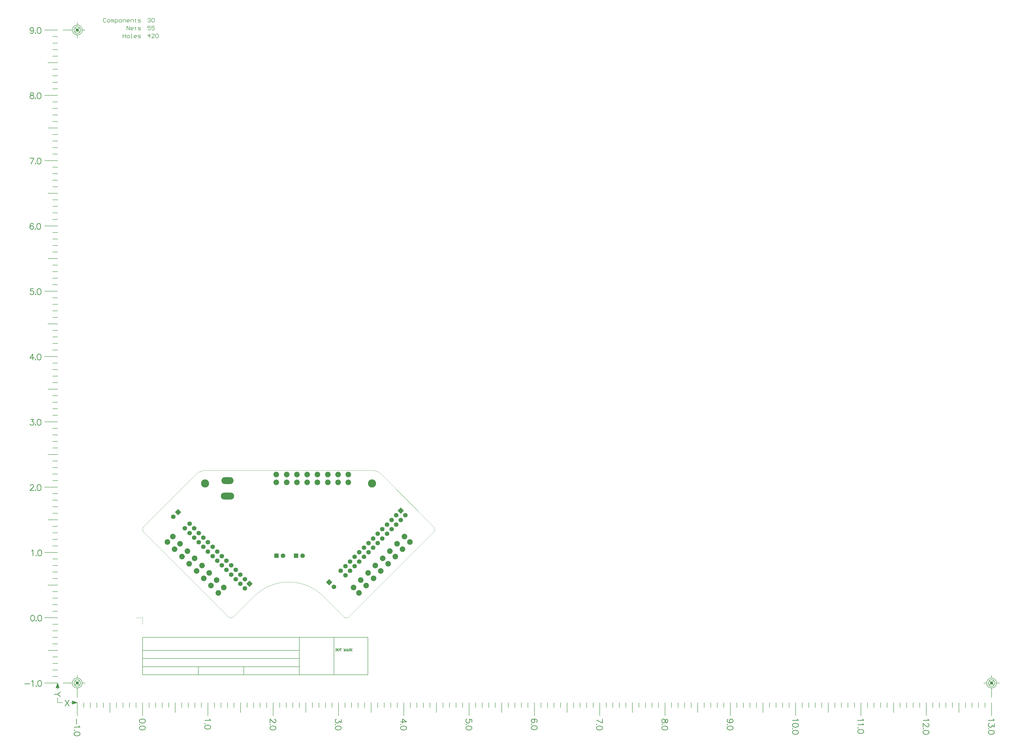
<source format=gbs>
G04 This is an RS-274x file exported by *
G04 gerbv version 2.6A *
G04 More information is available about gerbv at *
G04 http://gerbv.geda-project.org/ *
G04 --End of header info--*
%MOIN*%
%FSLAX34Y34*%
%IPPOS*%
G04 --Define apertures--*
%ADD10C,0.0050*%
%ADD11C,0.0070*%
%ADD12C,0.0090*%
%ADD13C,0.0080*%
%ADD14C,0.0010*%
%ADD15C,0.0100*%
%ADD16C,0.0300*%
%ADD17C,0.1250*%
%ADD18C,0.0860*%
%ADD19C,0.0700*%
%ADD20P,0.0990X4.0000X270.0000*%
%ADD21P,0.0990X4.0000X180.0000*%
%ADD22O,0.1852X0.1064*%
%ADD23O,0.2049X0.1064*%
%ADD24R,0.0700X0.0700*%
G04 --Start main section--*
G54D10*
G01X0029600Y-004750D02*
G01X0029600Y-005100D01*
G01X0029617Y-004750D02*
G01X0029617Y-005100D01*
G01X0029550Y-004750D02*
G01X0029750Y-004750D01*
G01X0029750Y-004750D02*
G01X0029800Y-004767D01*
G01X0029800Y-004767D02*
G01X0029817Y-004783D01*
G01X0029817Y-004783D02*
G01X0029833Y-004817D01*
G01X0029833Y-004817D02*
G01X0029833Y-004850D01*
G01X0029833Y-004850D02*
G01X0029817Y-004883D01*
G01X0029817Y-004883D02*
G01X0029800Y-004900D01*
G01X0029800Y-004900D02*
G01X0029750Y-004917D01*
G01X0029750Y-004750D02*
G01X0029783Y-004767D01*
G01X0029783Y-004767D02*
G01X0029800Y-004783D01*
G01X0029800Y-004783D02*
G01X0029817Y-004817D01*
G01X0029817Y-004817D02*
G01X0029817Y-004850D01*
G01X0029817Y-004850D02*
G01X0029800Y-004883D01*
G01X0029800Y-004883D02*
G01X0029783Y-004900D01*
G01X0029783Y-004900D02*
G01X0029750Y-004917D01*
G01X0029617Y-004917D02*
G01X0029750Y-004917D01*
G01X0029750Y-004917D02*
G01X0029800Y-004933D01*
G01X0029800Y-004933D02*
G01X0029817Y-004950D01*
G01X0029817Y-004950D02*
G01X0029833Y-004983D01*
G01X0029833Y-004983D02*
G01X0029833Y-005033D01*
G01X0029833Y-005033D02*
G01X0029817Y-005067D01*
G01X0029817Y-005067D02*
G01X0029800Y-005083D01*
G01X0029800Y-005083D02*
G01X0029750Y-005100D01*
G01X0029750Y-005100D02*
G01X0029550Y-005100D01*
G01X0029750Y-004917D02*
G01X0029783Y-004933D01*
G01X0029783Y-004933D02*
G01X0029800Y-004950D01*
G01X0029800Y-004950D02*
G01X0029817Y-004983D01*
G01X0029817Y-004983D02*
G01X0029817Y-005033D01*
G01X0029817Y-005033D02*
G01X0029800Y-005067D01*
G01X0029800Y-005067D02*
G01X0029783Y-005083D01*
G01X0029783Y-005083D02*
G01X0029750Y-005100D01*
G01X0029997Y-004750D02*
G01X0029947Y-004767D01*
G01X0029947Y-004767D02*
G01X0029913Y-004800D01*
G01X0029913Y-004800D02*
G01X0029897Y-004833D01*
G01X0029897Y-004833D02*
G01X0029880Y-004900D01*
G01X0029880Y-004900D02*
G01X0029880Y-004950D01*
G01X0029880Y-004950D02*
G01X0029897Y-005017D01*
G01X0029897Y-005017D02*
G01X0029913Y-005050D01*
G01X0029913Y-005050D02*
G01X0029947Y-005083D01*
G01X0029947Y-005083D02*
G01X0029997Y-005100D01*
G01X0029997Y-005100D02*
G01X0030030Y-005100D01*
G01X0030030Y-005100D02*
G01X0030080Y-005083D01*
G01X0030080Y-005083D02*
G01X0030113Y-005050D01*
G01X0030113Y-005050D02*
G01X0030130Y-005017D01*
G01X0030130Y-005017D02*
G01X0030147Y-004950D01*
G01X0030147Y-004950D02*
G01X0030147Y-004900D01*
G01X0030147Y-004900D02*
G01X0030130Y-004833D01*
G01X0030130Y-004833D02*
G01X0030113Y-004800D01*
G01X0030113Y-004800D02*
G01X0030080Y-004767D01*
G01X0030080Y-004767D02*
G01X0030030Y-004750D01*
G01X0030030Y-004750D02*
G01X0029997Y-004750D01*
G01X0029997Y-004750D02*
G01X0029963Y-004767D01*
G01X0029963Y-004767D02*
G01X0029930Y-004800D01*
G01X0029930Y-004800D02*
G01X0029913Y-004833D01*
G01X0029913Y-004833D02*
G01X0029897Y-004900D01*
G01X0029897Y-004900D02*
G01X0029897Y-004950D01*
G01X0029897Y-004950D02*
G01X0029913Y-005017D01*
G01X0029913Y-005017D02*
G01X0029930Y-005050D01*
G01X0029930Y-005050D02*
G01X0029963Y-005083D01*
G01X0029963Y-005083D02*
G01X0029997Y-005100D01*
G01X0030030Y-005100D02*
G01X0030063Y-005083D01*
G01X0030063Y-005083D02*
G01X0030097Y-005050D01*
G01X0030097Y-005050D02*
G01X0030113Y-005017D01*
G01X0030113Y-005017D02*
G01X0030130Y-004950D01*
G01X0030130Y-004950D02*
G01X0030130Y-004900D01*
G01X0030130Y-004900D02*
G01X0030113Y-004833D01*
G01X0030113Y-004833D02*
G01X0030097Y-004800D01*
G01X0030097Y-004800D02*
G01X0030063Y-004767D01*
G01X0030063Y-004767D02*
G01X0030030Y-004750D01*
G01X0030312Y-004750D02*
G01X0030312Y-005100D01*
G01X0030328Y-004750D02*
G01X0030328Y-005100D01*
G01X0030212Y-004750D02*
G01X0030195Y-004850D01*
G01X0030195Y-004850D02*
G01X0030195Y-004750D01*
G01X0030195Y-004750D02*
G01X0030445Y-004750D01*
G01X0030445Y-004750D02*
G01X0030445Y-004850D01*
G01X0030445Y-004850D02*
G01X0030428Y-004750D01*
G01X0030262Y-005100D02*
G01X0030378Y-005100D01*
G01X0030860Y-004750D02*
G01X0030860Y-005100D01*
G01X0030876Y-004750D02*
G01X0030976Y-005050D01*
G01X0030860Y-004750D02*
G01X0030976Y-005100D01*
G01X0031093Y-004750D02*
G01X0030976Y-005100D01*
G01X0031093Y-004750D02*
G01X0031093Y-005100D01*
G01X0031110Y-004750D02*
G01X0031110Y-005100D01*
G01X0030810Y-004750D02*
G01X0030876Y-004750D01*
G01X0031093Y-004750D02*
G01X0031160Y-004750D01*
G01X0030810Y-005100D02*
G01X0030910Y-005100D01*
G01X0031043Y-005100D02*
G01X0031160Y-005100D01*
G01X0031350Y-004750D02*
G01X0031233Y-005100D01*
G01X0031350Y-004750D02*
G01X0031466Y-005100D01*
G01X0031350Y-004800D02*
G01X0031450Y-005100D01*
G01X0031266Y-005000D02*
G01X0031416Y-005000D01*
G01X0031200Y-005100D02*
G01X0031300Y-005100D01*
G01X0031400Y-005100D02*
G01X0031500Y-005100D01*
G01X0031761Y-004800D02*
G01X0031778Y-004750D01*
G01X0031778Y-004750D02*
G01X0031778Y-004850D01*
G01X0031778Y-004850D02*
G01X0031761Y-004800D01*
G01X0031761Y-004800D02*
G01X0031728Y-004767D01*
G01X0031728Y-004767D02*
G01X0031678Y-004750D01*
G01X0031678Y-004750D02*
G01X0031628Y-004750D01*
G01X0031628Y-004750D02*
G01X0031578Y-004767D01*
G01X0031578Y-004767D02*
G01X0031545Y-004800D01*
G01X0031545Y-004800D02*
G01X0031545Y-004833D01*
G01X0031545Y-004833D02*
G01X0031561Y-004867D01*
G01X0031561Y-004867D02*
G01X0031578Y-004883D01*
G01X0031578Y-004883D02*
G01X0031611Y-004900D01*
G01X0031611Y-004900D02*
G01X0031711Y-004933D01*
G01X0031711Y-004933D02*
G01X0031745Y-004950D01*
G01X0031745Y-004950D02*
G01X0031778Y-004983D01*
G01X0031545Y-004833D02*
G01X0031578Y-004867D01*
G01X0031578Y-004867D02*
G01X0031611Y-004883D01*
G01X0031611Y-004883D02*
G01X0031711Y-004917D01*
G01X0031711Y-004917D02*
G01X0031745Y-004933D01*
G01X0031745Y-004933D02*
G01X0031761Y-004950D01*
G01X0031761Y-004950D02*
G01X0031778Y-004983D01*
G01X0031778Y-004983D02*
G01X0031778Y-005050D01*
G01X0031778Y-005050D02*
G01X0031745Y-005083D01*
G01X0031745Y-005083D02*
G01X0031695Y-005100D01*
G01X0031695Y-005100D02*
G01X0031645Y-005100D01*
G01X0031645Y-005100D02*
G01X0031595Y-005083D01*
G01X0031595Y-005083D02*
G01X0031561Y-005050D01*
G01X0031561Y-005050D02*
G01X0031545Y-005000D01*
G01X0031545Y-005000D02*
G01X0031545Y-005100D01*
G01X0031545Y-005100D02*
G01X0031561Y-005050D01*
G01X0031879Y-004750D02*
G01X0031879Y-005100D01*
G01X0031896Y-004750D02*
G01X0031896Y-005100D01*
G01X0032113Y-004750D02*
G01X0031896Y-004967D01*
G01X0031979Y-004900D02*
G01X0032113Y-005100D01*
G01X0031963Y-004900D02*
G01X0032096Y-005100D01*
G01X0031830Y-004750D02*
G01X0031946Y-004750D01*
G01X0032046Y-004750D02*
G01X0032146Y-004750D01*
G01X0031830Y-005100D02*
G01X0031946Y-005100D01*
G01X0032046Y-005100D02*
G01X0032146Y-005100D01*
G01X0000000Y-003000D02*
G01X0034500Y-003000D01*
G01X0015500Y-008750D02*
G01X0015500Y-007500D01*
G01X0008550Y-008750D02*
G01X0008550Y-007500D01*
G01X0034500Y-008750D02*
G01X0034500Y-003000D01*
G01X0029300Y-008750D02*
G01X0029300Y-003000D01*
G01X0000000Y-008750D02*
G01X0000000Y-003000D01*
G01X0000000Y-008750D02*
G01X0034500Y-008750D01*
G01X0007000Y-005000D02*
G01X0024000Y-005000D01*
G01X0000000Y-007500D02*
G01X0024000Y-007500D01*
G01X0024000Y-008750D02*
G01X0024000Y-003000D01*
G01X0000000Y-006250D02*
G01X0024000Y-006250D01*
G01X0000000Y-005000D02*
G01X0007000Y-005000D01*
G54D12*
G01X-010114Y-015500D02*
G01X-010114Y-016271D01*
G01X-009772Y-016537D02*
G01X-009729Y-016623D01*
G01X-009729Y-016623D02*
G01X-009600Y-016751D01*
G01X-009600Y-016751D02*
G01X-010500Y-016751D01*
G01X-010414Y-017240D02*
G01X-010457Y-017197D01*
G01X-010457Y-017197D02*
G01X-010500Y-017240D01*
G01X-010500Y-017240D02*
G01X-010457Y-017282D01*
G01X-010457Y-017282D02*
G01X-010414Y-017240D01*
G01X-009600Y-017737D02*
G01X-009643Y-017608D01*
G01X-009643Y-017608D02*
G01X-009772Y-017522D01*
G01X-009772Y-017522D02*
G01X-009986Y-017480D01*
G01X-009986Y-017480D02*
G01X-010114Y-017480D01*
G01X-010114Y-017480D02*
G01X-010329Y-017522D01*
G01X-010329Y-017522D02*
G01X-010457Y-017608D01*
G01X-010457Y-017608D02*
G01X-010500Y-017737D01*
G01X-010500Y-017737D02*
G01X-010500Y-017822D01*
G01X-010500Y-017822D02*
G01X-010457Y-017951D01*
G01X-010457Y-017951D02*
G01X-010329Y-018037D01*
G01X-010329Y-018037D02*
G01X-010114Y-018079D01*
G01X-010114Y-018079D02*
G01X-009986Y-018079D01*
G01X-009986Y-018079D02*
G01X-009772Y-018037D01*
G01X-009772Y-018037D02*
G01X-009643Y-017951D01*
G01X-009643Y-017951D02*
G01X-009600Y-017822D01*
G01X-009600Y-017822D02*
G01X-009600Y-017737D01*
G01X-018050Y-010113D02*
G01X-017279Y-010113D01*
G01X-017013Y-009770D02*
G01X-016927Y-009727D01*
G01X-016927Y-009727D02*
G01X-016799Y-009599D01*
G01X-016799Y-009599D02*
G01X-016799Y-010498D01*
G01X-016310Y-010413D02*
G01X-016353Y-010456D01*
G01X-016353Y-010456D02*
G01X-016310Y-010498D01*
G01X-016310Y-010498D02*
G01X-016268Y-010456D01*
G01X-016268Y-010456D02*
G01X-016310Y-010413D01*
G01X-015813Y-009599D02*
G01X-015942Y-009641D01*
G01X-015942Y-009641D02*
G01X-016028Y-009770D01*
G01X-016028Y-009770D02*
G01X-016070Y-009984D01*
G01X-016070Y-009984D02*
G01X-016070Y-010113D01*
G01X-016070Y-010113D02*
G01X-016028Y-010327D01*
G01X-016028Y-010327D02*
G01X-015942Y-010456D01*
G01X-015942Y-010456D02*
G01X-015813Y-010498D01*
G01X-015813Y-010498D02*
G01X-015728Y-010498D01*
G01X-015728Y-010498D02*
G01X-015599Y-010456D01*
G01X-015599Y-010456D02*
G01X-015513Y-010327D01*
G01X-015513Y-010327D02*
G01X-015471Y-010113D01*
G01X-015471Y-010113D02*
G01X-015471Y-009984D01*
G01X-015471Y-009984D02*
G01X-015513Y-009770D01*
G01X-015513Y-009770D02*
G01X-015599Y-009641D01*
G01X-015599Y-009641D02*
G01X-015728Y-009599D01*
G01X-015728Y-009599D02*
G01X-015813Y-009599D01*
G01X-016893Y0000401D02*
G01X-017021Y0000359D01*
G01X-017021Y0000359D02*
G01X-017107Y0000230D01*
G01X-017107Y0000230D02*
G01X-017150Y0000016D01*
G01X-017150Y0000016D02*
G01X-017150Y-000113D01*
G01X-017150Y-000113D02*
G01X-017107Y-000327D01*
G01X-017107Y-000327D02*
G01X-017021Y-000456D01*
G01X-017021Y-000456D02*
G01X-016893Y-000498D01*
G01X-016893Y-000498D02*
G01X-016807Y-000498D01*
G01X-016807Y-000498D02*
G01X-016679Y-000456D01*
G01X-016679Y-000456D02*
G01X-016593Y-000327D01*
G01X-016593Y-000327D02*
G01X-016550Y-000113D01*
G01X-016550Y-000113D02*
G01X-016550Y0000016D01*
G01X-016550Y0000016D02*
G01X-016593Y0000230D01*
G01X-016593Y0000230D02*
G01X-016679Y0000359D01*
G01X-016679Y0000359D02*
G01X-016807Y0000401D01*
G01X-016807Y0000401D02*
G01X-016893Y0000401D01*
G01X-016306Y-000413D02*
G01X-016349Y-000456D01*
G01X-016349Y-000456D02*
G01X-016306Y-000498D01*
G01X-016306Y-000498D02*
G01X-016263Y-000456D01*
G01X-016263Y-000456D02*
G01X-016306Y-000413D01*
G01X-015809Y0000401D02*
G01X-015937Y0000359D01*
G01X-015937Y0000359D02*
G01X-016023Y0000230D01*
G01X-016023Y0000230D02*
G01X-016066Y0000016D01*
G01X-016066Y0000016D02*
G01X-016066Y-000113D01*
G01X-016066Y-000113D02*
G01X-016023Y-000327D01*
G01X-016023Y-000327D02*
G01X-015937Y-000456D01*
G01X-015937Y-000456D02*
G01X-015809Y-000498D01*
G01X-015809Y-000498D02*
G01X-015723Y-000498D01*
G01X-015723Y-000498D02*
G01X-015595Y-000456D01*
G01X-015595Y-000456D02*
G01X-015509Y-000327D01*
G01X-015509Y-000327D02*
G01X-015466Y-000113D01*
G01X-015466Y-000113D02*
G01X-015466Y0000016D01*
G01X-015466Y0000016D02*
G01X-015509Y0000230D01*
G01X-015509Y0000230D02*
G01X-015595Y0000359D01*
G01X-015595Y0000359D02*
G01X-015723Y0000401D01*
G01X-015723Y0000401D02*
G01X-015809Y0000401D01*
G01X0000400Y-015757D02*
G01X0000357Y-015629D01*
G01X0000357Y-015629D02*
G01X0000228Y-015543D01*
G01X0000228Y-015543D02*
G01X0000014Y-015500D01*
G01X0000014Y-015500D02*
G01X-000114Y-015500D01*
G01X-000114Y-015500D02*
G01X-000329Y-015543D01*
G01X-000329Y-015543D02*
G01X-000457Y-015629D01*
G01X-000457Y-015629D02*
G01X-000500Y-015757D01*
G01X-000500Y-015757D02*
G01X-000500Y-015843D01*
G01X-000500Y-015843D02*
G01X-000457Y-015971D01*
G01X-000457Y-015971D02*
G01X-000329Y-016057D01*
G01X-000329Y-016057D02*
G01X-000114Y-016100D01*
G01X-000114Y-016100D02*
G01X0000014Y-016100D01*
G01X0000014Y-016100D02*
G01X0000228Y-016057D01*
G01X0000228Y-016057D02*
G01X0000357Y-015971D01*
G01X0000357Y-015971D02*
G01X0000400Y-015843D01*
G01X0000400Y-015843D02*
G01X0000400Y-015757D01*
G01X-000414Y-016344D02*
G01X-000457Y-016301D01*
G01X-000457Y-016301D02*
G01X-000500Y-016344D01*
G01X-000500Y-016344D02*
G01X-000457Y-016387D01*
G01X-000457Y-016387D02*
G01X-000414Y-016344D01*
G01X0000400Y-016841D02*
G01X0000357Y-016713D01*
G01X0000357Y-016713D02*
G01X0000228Y-016627D01*
G01X0000228Y-016627D02*
G01X0000014Y-016584D01*
G01X0000014Y-016584D02*
G01X-000114Y-016584D01*
G01X-000114Y-016584D02*
G01X-000329Y-016627D01*
G01X-000329Y-016627D02*
G01X-000457Y-016713D01*
G01X-000457Y-016713D02*
G01X-000500Y-016841D01*
G01X-000500Y-016841D02*
G01X-000500Y-016927D01*
G01X-000500Y-016927D02*
G01X-000457Y-017055D01*
G01X-000457Y-017055D02*
G01X-000329Y-017141D01*
G01X-000329Y-017141D02*
G01X-000114Y-017184D01*
G01X-000114Y-017184D02*
G01X0000014Y-017184D01*
G01X0000014Y-017184D02*
G01X0000228Y-017141D01*
G01X0000228Y-017141D02*
G01X0000357Y-017055D01*
G01X0000357Y-017055D02*
G01X0000400Y-016927D01*
G01X0000400Y-016927D02*
G01X0000400Y-016841D01*
G01X0130228Y-015500D02*
G01X0130271Y-015586D01*
G01X0130271Y-015586D02*
G01X0130400Y-015714D01*
G01X0130400Y-015714D02*
G01X0129500Y-015714D01*
G01X0130400Y-016246D02*
G01X0130400Y-016717D01*
G01X0130400Y-016717D02*
G01X0130057Y-016460D01*
G01X0130057Y-016460D02*
G01X0130057Y-016588D01*
G01X0130057Y-016588D02*
G01X0130014Y-016674D01*
G01X0130014Y-016674D02*
G01X0129971Y-016717D01*
G01X0129971Y-016717D02*
G01X0129843Y-016760D01*
G01X0129843Y-016760D02*
G01X0129757Y-016760D01*
G01X0129757Y-016760D02*
G01X0129629Y-016717D01*
G01X0129629Y-016717D02*
G01X0129543Y-016631D01*
G01X0129543Y-016631D02*
G01X0129500Y-016503D01*
G01X0129500Y-016503D02*
G01X0129500Y-016374D01*
G01X0129500Y-016374D02*
G01X0129543Y-016246D01*
G01X0129543Y-016246D02*
G01X0129586Y-016203D01*
G01X0129586Y-016203D02*
G01X0129671Y-016160D01*
G01X0129586Y-017004D02*
G01X0129543Y-016961D01*
G01X0129543Y-016961D02*
G01X0129500Y-017004D01*
G01X0129500Y-017004D02*
G01X0129543Y-017047D01*
G01X0129543Y-017047D02*
G01X0129586Y-017004D01*
G01X0130400Y-017501D02*
G01X0130357Y-017372D01*
G01X0130357Y-017372D02*
G01X0130228Y-017287D01*
G01X0130228Y-017287D02*
G01X0130014Y-017244D01*
G01X0130014Y-017244D02*
G01X0129886Y-017244D01*
G01X0129886Y-017244D02*
G01X0129671Y-017287D01*
G01X0129671Y-017287D02*
G01X0129543Y-017372D01*
G01X0129543Y-017372D02*
G01X0129500Y-017501D01*
G01X0129500Y-017501D02*
G01X0129500Y-017587D01*
G01X0129500Y-017587D02*
G01X0129543Y-017715D01*
G01X0129543Y-017715D02*
G01X0129671Y-017801D01*
G01X0129671Y-017801D02*
G01X0129886Y-017844D01*
G01X0129886Y-017844D02*
G01X0130014Y-017844D01*
G01X0130014Y-017844D02*
G01X0130228Y-017801D01*
G01X0130228Y-017801D02*
G01X0130357Y-017715D01*
G01X0130357Y-017715D02*
G01X0130400Y-017587D01*
G01X0130400Y-017587D02*
G01X0130400Y-017501D01*
G01X0120228Y-015500D02*
G01X0120271Y-015586D01*
G01X0120271Y-015586D02*
G01X0120400Y-015714D01*
G01X0120400Y-015714D02*
G01X0119500Y-015714D01*
G01X0120186Y-016203D02*
G01X0120228Y-016203D01*
G01X0120228Y-016203D02*
G01X0120314Y-016246D01*
G01X0120314Y-016246D02*
G01X0120357Y-016288D01*
G01X0120357Y-016288D02*
G01X0120400Y-016374D01*
G01X0120400Y-016374D02*
G01X0120400Y-016545D01*
G01X0120400Y-016545D02*
G01X0120357Y-016631D01*
G01X0120357Y-016631D02*
G01X0120314Y-016674D01*
G01X0120314Y-016674D02*
G01X0120228Y-016717D01*
G01X0120228Y-016717D02*
G01X0120143Y-016717D01*
G01X0120143Y-016717D02*
G01X0120057Y-016674D01*
G01X0120057Y-016674D02*
G01X0119928Y-016588D01*
G01X0119928Y-016588D02*
G01X0119500Y-016160D01*
G01X0119500Y-016160D02*
G01X0119500Y-016760D01*
G01X0119586Y-017004D02*
G01X0119543Y-016961D01*
G01X0119543Y-016961D02*
G01X0119500Y-017004D01*
G01X0119500Y-017004D02*
G01X0119543Y-017047D01*
G01X0119543Y-017047D02*
G01X0119586Y-017004D01*
G01X0120400Y-017501D02*
G01X0120357Y-017372D01*
G01X0120357Y-017372D02*
G01X0120228Y-017287D01*
G01X0120228Y-017287D02*
G01X0120014Y-017244D01*
G01X0120014Y-017244D02*
G01X0119886Y-017244D01*
G01X0119886Y-017244D02*
G01X0119671Y-017287D01*
G01X0119671Y-017287D02*
G01X0119543Y-017372D01*
G01X0119543Y-017372D02*
G01X0119500Y-017501D01*
G01X0119500Y-017501D02*
G01X0119500Y-017587D01*
G01X0119500Y-017587D02*
G01X0119543Y-017715D01*
G01X0119543Y-017715D02*
G01X0119671Y-017801D01*
G01X0119671Y-017801D02*
G01X0119886Y-017844D01*
G01X0119886Y-017844D02*
G01X0120014Y-017844D01*
G01X0120014Y-017844D02*
G01X0120228Y-017801D01*
G01X0120228Y-017801D02*
G01X0120357Y-017715D01*
G01X0120357Y-017715D02*
G01X0120400Y-017587D01*
G01X0120400Y-017587D02*
G01X0120400Y-017501D01*
G01X0110228Y-015500D02*
G01X0110271Y-015586D01*
G01X0110271Y-015586D02*
G01X0110400Y-015714D01*
G01X0110400Y-015714D02*
G01X0109500Y-015714D01*
G01X0110228Y-016160D02*
G01X0110271Y-016246D01*
G01X0110271Y-016246D02*
G01X0110400Y-016374D01*
G01X0110400Y-016374D02*
G01X0109500Y-016374D01*
G01X0109586Y-016863D02*
G01X0109543Y-016820D01*
G01X0109543Y-016820D02*
G01X0109500Y-016863D01*
G01X0109500Y-016863D02*
G01X0109543Y-016905D01*
G01X0109543Y-016905D02*
G01X0109586Y-016863D01*
G01X0110400Y-017360D02*
G01X0110357Y-017231D01*
G01X0110357Y-017231D02*
G01X0110228Y-017145D01*
G01X0110228Y-017145D02*
G01X0110014Y-017103D01*
G01X0110014Y-017103D02*
G01X0109886Y-017103D01*
G01X0109886Y-017103D02*
G01X0109671Y-017145D01*
G01X0109671Y-017145D02*
G01X0109543Y-017231D01*
G01X0109543Y-017231D02*
G01X0109500Y-017360D01*
G01X0109500Y-017360D02*
G01X0109500Y-017445D01*
G01X0109500Y-017445D02*
G01X0109543Y-017574D01*
G01X0109543Y-017574D02*
G01X0109671Y-017660D01*
G01X0109671Y-017660D02*
G01X0109886Y-017702D01*
G01X0109886Y-017702D02*
G01X0110014Y-017702D01*
G01X0110014Y-017702D02*
G01X0110228Y-017660D01*
G01X0110228Y-017660D02*
G01X0110357Y-017574D01*
G01X0110357Y-017574D02*
G01X0110400Y-017445D01*
G01X0110400Y-017445D02*
G01X0110400Y-017360D01*
G01X0100228Y-015500D02*
G01X0100271Y-015586D01*
G01X0100271Y-015586D02*
G01X0100400Y-015714D01*
G01X0100400Y-015714D02*
G01X0099500Y-015714D01*
G01X0100400Y-016417D02*
G01X0100357Y-016288D01*
G01X0100357Y-016288D02*
G01X0100228Y-016203D01*
G01X0100228Y-016203D02*
G01X0100014Y-016160D01*
G01X0100014Y-016160D02*
G01X0099886Y-016160D01*
G01X0099886Y-016160D02*
G01X0099671Y-016203D01*
G01X0099671Y-016203D02*
G01X0099543Y-016288D01*
G01X0099543Y-016288D02*
G01X0099500Y-016417D01*
G01X0099500Y-016417D02*
G01X0099500Y-016503D01*
G01X0099500Y-016503D02*
G01X0099543Y-016631D01*
G01X0099543Y-016631D02*
G01X0099671Y-016717D01*
G01X0099671Y-016717D02*
G01X0099886Y-016760D01*
G01X0099886Y-016760D02*
G01X0100014Y-016760D01*
G01X0100014Y-016760D02*
G01X0100228Y-016717D01*
G01X0100228Y-016717D02*
G01X0100357Y-016631D01*
G01X0100357Y-016631D02*
G01X0100400Y-016503D01*
G01X0100400Y-016503D02*
G01X0100400Y-016417D01*
G01X0099586Y-017004D02*
G01X0099543Y-016961D01*
G01X0099543Y-016961D02*
G01X0099500Y-017004D01*
G01X0099500Y-017004D02*
G01X0099543Y-017047D01*
G01X0099543Y-017047D02*
G01X0099586Y-017004D01*
G01X0100400Y-017501D02*
G01X0100357Y-017372D01*
G01X0100357Y-017372D02*
G01X0100228Y-017287D01*
G01X0100228Y-017287D02*
G01X0100014Y-017244D01*
G01X0100014Y-017244D02*
G01X0099886Y-017244D01*
G01X0099886Y-017244D02*
G01X0099671Y-017287D01*
G01X0099671Y-017287D02*
G01X0099543Y-017372D01*
G01X0099543Y-017372D02*
G01X0099500Y-017501D01*
G01X0099500Y-017501D02*
G01X0099500Y-017587D01*
G01X0099500Y-017587D02*
G01X0099543Y-017715D01*
G01X0099543Y-017715D02*
G01X0099671Y-017801D01*
G01X0099671Y-017801D02*
G01X0099886Y-017844D01*
G01X0099886Y-017844D02*
G01X0100014Y-017844D01*
G01X0100014Y-017844D02*
G01X0100228Y-017801D01*
G01X0100228Y-017801D02*
G01X0100357Y-017715D01*
G01X0100357Y-017715D02*
G01X0100400Y-017587D01*
G01X0100400Y-017587D02*
G01X0100400Y-017501D01*
G01X-016693Y0090100D02*
G01X-016736Y0089971D01*
G01X-016736Y0089971D02*
G01X-016822Y0089886D01*
G01X-016822Y0089886D02*
G01X-016950Y0089843D01*
G01X-016950Y0089843D02*
G01X-016993Y0089843D01*
G01X-016993Y0089843D02*
G01X-017121Y0089886D01*
G01X-017121Y0089886D02*
G01X-017207Y0089971D01*
G01X-017207Y0089971D02*
G01X-017250Y0090100D01*
G01X-017250Y0090100D02*
G01X-017250Y0090143D01*
G01X-017250Y0090143D02*
G01X-017207Y0090271D01*
G01X-017207Y0090271D02*
G01X-017121Y0090357D01*
G01X-017121Y0090357D02*
G01X-016993Y0090400D01*
G01X-016993Y0090400D02*
G01X-016950Y0090400D01*
G01X-016950Y0090400D02*
G01X-016822Y0090357D01*
G01X-016822Y0090357D02*
G01X-016736Y0090271D01*
G01X-016736Y0090271D02*
G01X-016693Y0090100D01*
G01X-016693Y0090100D02*
G01X-016693Y0089886D01*
G01X-016693Y0089886D02*
G01X-016736Y0089671D01*
G01X-016736Y0089671D02*
G01X-016822Y0089543D01*
G01X-016822Y0089543D02*
G01X-016950Y0089500D01*
G01X-016950Y0089500D02*
G01X-017036Y0089500D01*
G01X-017036Y0089500D02*
G01X-017164Y0089543D01*
G01X-017164Y0089543D02*
G01X-017207Y0089629D01*
G01X-016406Y0089586D02*
G01X-016449Y0089543D01*
G01X-016449Y0089543D02*
G01X-016406Y0089500D01*
G01X-016406Y0089500D02*
G01X-016363Y0089543D01*
G01X-016363Y0089543D02*
G01X-016406Y0089586D01*
G01X-015909Y0090400D02*
G01X-016037Y0090357D01*
G01X-016037Y0090357D02*
G01X-016123Y0090228D01*
G01X-016123Y0090228D02*
G01X-016166Y0090014D01*
G01X-016166Y0090014D02*
G01X-016166Y0089886D01*
G01X-016166Y0089886D02*
G01X-016123Y0089671D01*
G01X-016123Y0089671D02*
G01X-016037Y0089543D01*
G01X-016037Y0089543D02*
G01X-015909Y0089500D01*
G01X-015909Y0089500D02*
G01X-015823Y0089500D01*
G01X-015823Y0089500D02*
G01X-015695Y0089543D01*
G01X-015695Y0089543D02*
G01X-015609Y0089671D01*
G01X-015609Y0089671D02*
G01X-015566Y0089886D01*
G01X-015566Y0089886D02*
G01X-015566Y0090014D01*
G01X-015566Y0090014D02*
G01X-015609Y0090228D01*
G01X-015609Y0090228D02*
G01X-015695Y0090357D01*
G01X-015695Y0090357D02*
G01X-015823Y0090400D01*
G01X-015823Y0090400D02*
G01X-015909Y0090400D01*
G01X-017036Y0080400D02*
G01X-017164Y0080357D01*
G01X-017164Y0080357D02*
G01X-017207Y0080271D01*
G01X-017207Y0080271D02*
G01X-017207Y0080186D01*
G01X-017207Y0080186D02*
G01X-017164Y0080100D01*
G01X-017164Y0080100D02*
G01X-017079Y0080057D01*
G01X-017079Y0080057D02*
G01X-016907Y0080014D01*
G01X-016907Y0080014D02*
G01X-016779Y0079971D01*
G01X-016779Y0079971D02*
G01X-016693Y0079886D01*
G01X-016693Y0079886D02*
G01X-016650Y0079800D01*
G01X-016650Y0079800D02*
G01X-016650Y0079671D01*
G01X-016650Y0079671D02*
G01X-016693Y0079586D01*
G01X-016693Y0079586D02*
G01X-016736Y0079543D01*
G01X-016736Y0079543D02*
G01X-016864Y0079500D01*
G01X-016864Y0079500D02*
G01X-017036Y0079500D01*
G01X-017036Y0079500D02*
G01X-017164Y0079543D01*
G01X-017164Y0079543D02*
G01X-017207Y0079586D01*
G01X-017207Y0079586D02*
G01X-017250Y0079671D01*
G01X-017250Y0079671D02*
G01X-017250Y0079800D01*
G01X-017250Y0079800D02*
G01X-017207Y0079886D01*
G01X-017207Y0079886D02*
G01X-017121Y0079971D01*
G01X-017121Y0079971D02*
G01X-016993Y0080014D01*
G01X-016993Y0080014D02*
G01X-016822Y0080057D01*
G01X-016822Y0080057D02*
G01X-016736Y0080100D01*
G01X-016736Y0080100D02*
G01X-016693Y0080186D01*
G01X-016693Y0080186D02*
G01X-016693Y0080271D01*
G01X-016693Y0080271D02*
G01X-016736Y0080357D01*
G01X-016736Y0080357D02*
G01X-016864Y0080400D01*
G01X-016864Y0080400D02*
G01X-017036Y0080400D01*
G01X-016406Y0079586D02*
G01X-016449Y0079543D01*
G01X-016449Y0079543D02*
G01X-016406Y0079500D01*
G01X-016406Y0079500D02*
G01X-016363Y0079543D01*
G01X-016363Y0079543D02*
G01X-016406Y0079586D01*
G01X-015909Y0080400D02*
G01X-016037Y0080357D01*
G01X-016037Y0080357D02*
G01X-016123Y0080228D01*
G01X-016123Y0080228D02*
G01X-016166Y0080014D01*
G01X-016166Y0080014D02*
G01X-016166Y0079886D01*
G01X-016166Y0079886D02*
G01X-016123Y0079671D01*
G01X-016123Y0079671D02*
G01X-016037Y0079543D01*
G01X-016037Y0079543D02*
G01X-015909Y0079500D01*
G01X-015909Y0079500D02*
G01X-015823Y0079500D01*
G01X-015823Y0079500D02*
G01X-015695Y0079543D01*
G01X-015695Y0079543D02*
G01X-015609Y0079671D01*
G01X-015609Y0079671D02*
G01X-015566Y0079886D01*
G01X-015566Y0079886D02*
G01X-015566Y0080014D01*
G01X-015566Y0080014D02*
G01X-015609Y0080228D01*
G01X-015609Y0080228D02*
G01X-015695Y0080357D01*
G01X-015695Y0080357D02*
G01X-015823Y0080400D01*
G01X-015823Y0080400D02*
G01X-015909Y0080400D01*
G01X-016650Y0070400D02*
G01X-017079Y0069500D01*
G01X-017250Y0070400D02*
G01X-016650Y0070400D01*
G01X-016406Y0069586D02*
G01X-016449Y0069543D01*
G01X-016449Y0069543D02*
G01X-016406Y0069500D01*
G01X-016406Y0069500D02*
G01X-016363Y0069543D01*
G01X-016363Y0069543D02*
G01X-016406Y0069586D01*
G01X-015909Y0070400D02*
G01X-016037Y0070357D01*
G01X-016037Y0070357D02*
G01X-016123Y0070228D01*
G01X-016123Y0070228D02*
G01X-016166Y0070014D01*
G01X-016166Y0070014D02*
G01X-016166Y0069886D01*
G01X-016166Y0069886D02*
G01X-016123Y0069671D01*
G01X-016123Y0069671D02*
G01X-016037Y0069543D01*
G01X-016037Y0069543D02*
G01X-015909Y0069500D01*
G01X-015909Y0069500D02*
G01X-015823Y0069500D01*
G01X-015823Y0069500D02*
G01X-015695Y0069543D01*
G01X-015695Y0069543D02*
G01X-015609Y0069671D01*
G01X-015609Y0069671D02*
G01X-015566Y0069886D01*
G01X-015566Y0069886D02*
G01X-015566Y0070014D01*
G01X-015566Y0070014D02*
G01X-015609Y0070228D01*
G01X-015609Y0070228D02*
G01X-015695Y0070357D01*
G01X-015695Y0070357D02*
G01X-015823Y0070400D01*
G01X-015823Y0070400D02*
G01X-015909Y0070400D01*
G01X0090100Y-016057D02*
G01X0089971Y-016014D01*
G01X0089971Y-016014D02*
G01X0089886Y-015928D01*
G01X0089886Y-015928D02*
G01X0089843Y-015800D01*
G01X0089843Y-015800D02*
G01X0089843Y-015757D01*
G01X0089843Y-015757D02*
G01X0089886Y-015629D01*
G01X0089886Y-015629D02*
G01X0089971Y-015543D01*
G01X0089971Y-015543D02*
G01X0090100Y-015500D01*
G01X0090100Y-015500D02*
G01X0090143Y-015500D01*
G01X0090143Y-015500D02*
G01X0090271Y-015543D01*
G01X0090271Y-015543D02*
G01X0090357Y-015629D01*
G01X0090357Y-015629D02*
G01X0090400Y-015757D01*
G01X0090400Y-015757D02*
G01X0090400Y-015800D01*
G01X0090400Y-015800D02*
G01X0090357Y-015928D01*
G01X0090357Y-015928D02*
G01X0090271Y-016014D01*
G01X0090271Y-016014D02*
G01X0090100Y-016057D01*
G01X0090100Y-016057D02*
G01X0089886Y-016057D01*
G01X0089886Y-016057D02*
G01X0089671Y-016014D01*
G01X0089671Y-016014D02*
G01X0089543Y-015928D01*
G01X0089543Y-015928D02*
G01X0089500Y-015800D01*
G01X0089500Y-015800D02*
G01X0089500Y-015714D01*
G01X0089500Y-015714D02*
G01X0089543Y-015586D01*
G01X0089543Y-015586D02*
G01X0089629Y-015543D01*
G01X0089586Y-016344D02*
G01X0089543Y-016301D01*
G01X0089543Y-016301D02*
G01X0089500Y-016344D01*
G01X0089500Y-016344D02*
G01X0089543Y-016387D01*
G01X0089543Y-016387D02*
G01X0089586Y-016344D01*
G01X0090400Y-016841D02*
G01X0090357Y-016713D01*
G01X0090357Y-016713D02*
G01X0090228Y-016627D01*
G01X0090228Y-016627D02*
G01X0090014Y-016584D01*
G01X0090014Y-016584D02*
G01X0089886Y-016584D01*
G01X0089886Y-016584D02*
G01X0089671Y-016627D01*
G01X0089671Y-016627D02*
G01X0089543Y-016713D01*
G01X0089543Y-016713D02*
G01X0089500Y-016841D01*
G01X0089500Y-016841D02*
G01X0089500Y-016927D01*
G01X0089500Y-016927D02*
G01X0089543Y-017055D01*
G01X0089543Y-017055D02*
G01X0089671Y-017141D01*
G01X0089671Y-017141D02*
G01X0089886Y-017184D01*
G01X0089886Y-017184D02*
G01X0090014Y-017184D01*
G01X0090014Y-017184D02*
G01X0090228Y-017141D01*
G01X0090228Y-017141D02*
G01X0090357Y-017055D01*
G01X0090357Y-017055D02*
G01X0090400Y-016927D01*
G01X0090400Y-016927D02*
G01X0090400Y-016841D01*
G01X0080400Y-015714D02*
G01X0080357Y-015586D01*
G01X0080357Y-015586D02*
G01X0080271Y-015543D01*
G01X0080271Y-015543D02*
G01X0080186Y-015543D01*
G01X0080186Y-015543D02*
G01X0080100Y-015586D01*
G01X0080100Y-015586D02*
G01X0080057Y-015671D01*
G01X0080057Y-015671D02*
G01X0080014Y-015843D01*
G01X0080014Y-015843D02*
G01X0079971Y-015971D01*
G01X0079971Y-015971D02*
G01X0079886Y-016057D01*
G01X0079886Y-016057D02*
G01X0079800Y-016100D01*
G01X0079800Y-016100D02*
G01X0079671Y-016100D01*
G01X0079671Y-016100D02*
G01X0079586Y-016057D01*
G01X0079586Y-016057D02*
G01X0079543Y-016014D01*
G01X0079543Y-016014D02*
G01X0079500Y-015886D01*
G01X0079500Y-015886D02*
G01X0079500Y-015714D01*
G01X0079500Y-015714D02*
G01X0079543Y-015586D01*
G01X0079543Y-015586D02*
G01X0079586Y-015543D01*
G01X0079586Y-015543D02*
G01X0079671Y-015500D01*
G01X0079671Y-015500D02*
G01X0079800Y-015500D01*
G01X0079800Y-015500D02*
G01X0079886Y-015543D01*
G01X0079886Y-015543D02*
G01X0079971Y-015629D01*
G01X0079971Y-015629D02*
G01X0080014Y-015757D01*
G01X0080014Y-015757D02*
G01X0080057Y-015928D01*
G01X0080057Y-015928D02*
G01X0080100Y-016014D01*
G01X0080100Y-016014D02*
G01X0080186Y-016057D01*
G01X0080186Y-016057D02*
G01X0080271Y-016057D01*
G01X0080271Y-016057D02*
G01X0080357Y-016014D01*
G01X0080357Y-016014D02*
G01X0080400Y-015886D01*
G01X0080400Y-015886D02*
G01X0080400Y-015714D01*
G01X0079586Y-016344D02*
G01X0079543Y-016301D01*
G01X0079543Y-016301D02*
G01X0079500Y-016344D01*
G01X0079500Y-016344D02*
G01X0079543Y-016387D01*
G01X0079543Y-016387D02*
G01X0079586Y-016344D01*
G01X0080400Y-016841D02*
G01X0080357Y-016713D01*
G01X0080357Y-016713D02*
G01X0080228Y-016627D01*
G01X0080228Y-016627D02*
G01X0080014Y-016584D01*
G01X0080014Y-016584D02*
G01X0079886Y-016584D01*
G01X0079886Y-016584D02*
G01X0079671Y-016627D01*
G01X0079671Y-016627D02*
G01X0079543Y-016713D01*
G01X0079543Y-016713D02*
G01X0079500Y-016841D01*
G01X0079500Y-016841D02*
G01X0079500Y-016927D01*
G01X0079500Y-016927D02*
G01X0079543Y-017055D01*
G01X0079543Y-017055D02*
G01X0079671Y-017141D01*
G01X0079671Y-017141D02*
G01X0079886Y-017184D01*
G01X0079886Y-017184D02*
G01X0080014Y-017184D01*
G01X0080014Y-017184D02*
G01X0080228Y-017141D01*
G01X0080228Y-017141D02*
G01X0080357Y-017055D01*
G01X0080357Y-017055D02*
G01X0080400Y-016927D01*
G01X0080400Y-016927D02*
G01X0080400Y-016841D01*
G01X0070400Y-016100D02*
G01X0069500Y-015671D01*
G01X0070400Y-015500D02*
G01X0070400Y-016100D01*
G01X0069586Y-016344D02*
G01X0069543Y-016301D01*
G01X0069543Y-016301D02*
G01X0069500Y-016344D01*
G01X0069500Y-016344D02*
G01X0069543Y-016387D01*
G01X0069543Y-016387D02*
G01X0069586Y-016344D01*
G01X0070400Y-016841D02*
G01X0070357Y-016713D01*
G01X0070357Y-016713D02*
G01X0070228Y-016627D01*
G01X0070228Y-016627D02*
G01X0070014Y-016584D01*
G01X0070014Y-016584D02*
G01X0069886Y-016584D01*
G01X0069886Y-016584D02*
G01X0069671Y-016627D01*
G01X0069671Y-016627D02*
G01X0069543Y-016713D01*
G01X0069543Y-016713D02*
G01X0069500Y-016841D01*
G01X0069500Y-016841D02*
G01X0069500Y-016927D01*
G01X0069500Y-016927D02*
G01X0069543Y-017055D01*
G01X0069543Y-017055D02*
G01X0069671Y-017141D01*
G01X0069671Y-017141D02*
G01X0069886Y-017184D01*
G01X0069886Y-017184D02*
G01X0070014Y-017184D01*
G01X0070014Y-017184D02*
G01X0070228Y-017141D01*
G01X0070228Y-017141D02*
G01X0070357Y-017055D01*
G01X0070357Y-017055D02*
G01X0070400Y-016927D01*
G01X0070400Y-016927D02*
G01X0070400Y-016841D01*
G01X-012600Y-011375D02*
G01X-013029Y-011718D01*
G01X-013029Y-011718D02*
G01X-013500Y-011718D01*
G01X-012600Y-012061D02*
G01X-013029Y-011718D01*
G01X-011875Y-012600D02*
G01X-011275Y-013500D01*
G01X-011275Y-012600D02*
G01X-011875Y-013500D01*
G01X0050400Y-016014D02*
G01X0050400Y-015586D01*
G01X0050400Y-015586D02*
G01X0050014Y-015543D01*
G01X0050014Y-015543D02*
G01X0050057Y-015586D01*
G01X0050057Y-015586D02*
G01X0050100Y-015714D01*
G01X0050100Y-015714D02*
G01X0050100Y-015843D01*
G01X0050100Y-015843D02*
G01X0050057Y-015971D01*
G01X0050057Y-015971D02*
G01X0049971Y-016057D01*
G01X0049971Y-016057D02*
G01X0049843Y-016100D01*
G01X0049843Y-016100D02*
G01X0049757Y-016100D01*
G01X0049757Y-016100D02*
G01X0049629Y-016057D01*
G01X0049629Y-016057D02*
G01X0049543Y-015971D01*
G01X0049543Y-015971D02*
G01X0049500Y-015843D01*
G01X0049500Y-015843D02*
G01X0049500Y-015714D01*
G01X0049500Y-015714D02*
G01X0049543Y-015586D01*
G01X0049543Y-015586D02*
G01X0049586Y-015543D01*
G01X0049586Y-015543D02*
G01X0049671Y-015500D01*
G01X0049586Y-016344D02*
G01X0049543Y-016301D01*
G01X0049543Y-016301D02*
G01X0049500Y-016344D01*
G01X0049500Y-016344D02*
G01X0049543Y-016387D01*
G01X0049543Y-016387D02*
G01X0049586Y-016344D01*
G01X0050400Y-016841D02*
G01X0050357Y-016713D01*
G01X0050357Y-016713D02*
G01X0050228Y-016627D01*
G01X0050228Y-016627D02*
G01X0050014Y-016584D01*
G01X0050014Y-016584D02*
G01X0049886Y-016584D01*
G01X0049886Y-016584D02*
G01X0049671Y-016627D01*
G01X0049671Y-016627D02*
G01X0049543Y-016713D01*
G01X0049543Y-016713D02*
G01X0049500Y-016841D01*
G01X0049500Y-016841D02*
G01X0049500Y-016927D01*
G01X0049500Y-016927D02*
G01X0049543Y-017055D01*
G01X0049543Y-017055D02*
G01X0049671Y-017141D01*
G01X0049671Y-017141D02*
G01X0049886Y-017184D01*
G01X0049886Y-017184D02*
G01X0050014Y-017184D01*
G01X0050014Y-017184D02*
G01X0050228Y-017141D01*
G01X0050228Y-017141D02*
G01X0050357Y-017055D01*
G01X0050357Y-017055D02*
G01X0050400Y-016927D01*
G01X0050400Y-016927D02*
G01X0050400Y-016841D01*
G01X0030400Y-015586D02*
G01X0030400Y-016057D01*
G01X0030400Y-016057D02*
G01X0030057Y-015800D01*
G01X0030057Y-015800D02*
G01X0030057Y-015928D01*
G01X0030057Y-015928D02*
G01X0030014Y-016014D01*
G01X0030014Y-016014D02*
G01X0029971Y-016057D01*
G01X0029971Y-016057D02*
G01X0029843Y-016100D01*
G01X0029843Y-016100D02*
G01X0029757Y-016100D01*
G01X0029757Y-016100D02*
G01X0029629Y-016057D01*
G01X0029629Y-016057D02*
G01X0029543Y-015971D01*
G01X0029543Y-015971D02*
G01X0029500Y-015843D01*
G01X0029500Y-015843D02*
G01X0029500Y-015714D01*
G01X0029500Y-015714D02*
G01X0029543Y-015586D01*
G01X0029543Y-015586D02*
G01X0029586Y-015543D01*
G01X0029586Y-015543D02*
G01X0029671Y-015500D01*
G01X0029586Y-016344D02*
G01X0029543Y-016301D01*
G01X0029543Y-016301D02*
G01X0029500Y-016344D01*
G01X0029500Y-016344D02*
G01X0029543Y-016387D01*
G01X0029543Y-016387D02*
G01X0029586Y-016344D01*
G01X0030400Y-016841D02*
G01X0030357Y-016713D01*
G01X0030357Y-016713D02*
G01X0030228Y-016627D01*
G01X0030228Y-016627D02*
G01X0030014Y-016584D01*
G01X0030014Y-016584D02*
G01X0029886Y-016584D01*
G01X0029886Y-016584D02*
G01X0029671Y-016627D01*
G01X0029671Y-016627D02*
G01X0029543Y-016713D01*
G01X0029543Y-016713D02*
G01X0029500Y-016841D01*
G01X0029500Y-016841D02*
G01X0029500Y-016927D01*
G01X0029500Y-016927D02*
G01X0029543Y-017055D01*
G01X0029543Y-017055D02*
G01X0029671Y-017141D01*
G01X0029671Y-017141D02*
G01X0029886Y-017184D01*
G01X0029886Y-017184D02*
G01X0030014Y-017184D01*
G01X0030014Y-017184D02*
G01X0030228Y-017141D01*
G01X0030228Y-017141D02*
G01X0030357Y-017055D01*
G01X0030357Y-017055D02*
G01X0030400Y-016927D01*
G01X0030400Y-016927D02*
G01X0030400Y-016841D01*
G01X0010228Y-015500D02*
G01X0010271Y-015586D01*
G01X0010271Y-015586D02*
G01X0010400Y-015714D01*
G01X0010400Y-015714D02*
G01X0009500Y-015714D01*
G01X0009586Y-016203D02*
G01X0009543Y-016160D01*
G01X0009543Y-016160D02*
G01X0009500Y-016203D01*
G01X0009500Y-016203D02*
G01X0009543Y-016246D01*
G01X0009543Y-016246D02*
G01X0009586Y-016203D01*
G01X0010400Y-016700D02*
G01X0010357Y-016571D01*
G01X0010357Y-016571D02*
G01X0010228Y-016486D01*
G01X0010228Y-016486D02*
G01X0010014Y-016443D01*
G01X0010014Y-016443D02*
G01X0009886Y-016443D01*
G01X0009886Y-016443D02*
G01X0009671Y-016486D01*
G01X0009671Y-016486D02*
G01X0009543Y-016571D01*
G01X0009543Y-016571D02*
G01X0009500Y-016700D01*
G01X0009500Y-016700D02*
G01X0009500Y-016785D01*
G01X0009500Y-016785D02*
G01X0009543Y-016914D01*
G01X0009543Y-016914D02*
G01X0009671Y-017000D01*
G01X0009671Y-017000D02*
G01X0009886Y-017043D01*
G01X0009886Y-017043D02*
G01X0010014Y-017043D01*
G01X0010014Y-017043D02*
G01X0010228Y-017000D01*
G01X0010228Y-017000D02*
G01X0010357Y-016914D01*
G01X0010357Y-016914D02*
G01X0010400Y-016785D01*
G01X0010400Y-016785D02*
G01X0010400Y-016700D01*
G01X0020186Y-015543D02*
G01X0020228Y-015543D01*
G01X0020228Y-015543D02*
G01X0020314Y-015586D01*
G01X0020314Y-015586D02*
G01X0020357Y-015629D01*
G01X0020357Y-015629D02*
G01X0020400Y-015714D01*
G01X0020400Y-015714D02*
G01X0020400Y-015886D01*
G01X0020400Y-015886D02*
G01X0020357Y-015971D01*
G01X0020357Y-015971D02*
G01X0020314Y-016014D01*
G01X0020314Y-016014D02*
G01X0020228Y-016057D01*
G01X0020228Y-016057D02*
G01X0020143Y-016057D01*
G01X0020143Y-016057D02*
G01X0020057Y-016014D01*
G01X0020057Y-016014D02*
G01X0019928Y-015928D01*
G01X0019928Y-015928D02*
G01X0019500Y-015500D01*
G01X0019500Y-015500D02*
G01X0019500Y-016100D01*
G01X0019586Y-016344D02*
G01X0019543Y-016301D01*
G01X0019543Y-016301D02*
G01X0019500Y-016344D01*
G01X0019500Y-016344D02*
G01X0019543Y-016387D01*
G01X0019543Y-016387D02*
G01X0019586Y-016344D01*
G01X0020400Y-016841D02*
G01X0020357Y-016713D01*
G01X0020357Y-016713D02*
G01X0020228Y-016627D01*
G01X0020228Y-016627D02*
G01X0020014Y-016584D01*
G01X0020014Y-016584D02*
G01X0019886Y-016584D01*
G01X0019886Y-016584D02*
G01X0019671Y-016627D01*
G01X0019671Y-016627D02*
G01X0019543Y-016713D01*
G01X0019543Y-016713D02*
G01X0019500Y-016841D01*
G01X0019500Y-016841D02*
G01X0019500Y-016927D01*
G01X0019500Y-016927D02*
G01X0019543Y-017055D01*
G01X0019543Y-017055D02*
G01X0019671Y-017141D01*
G01X0019671Y-017141D02*
G01X0019886Y-017184D01*
G01X0019886Y-017184D02*
G01X0020014Y-017184D01*
G01X0020014Y-017184D02*
G01X0020228Y-017141D01*
G01X0020228Y-017141D02*
G01X0020357Y-017055D01*
G01X0020357Y-017055D02*
G01X0020400Y-016927D01*
G01X0020400Y-016927D02*
G01X0020400Y-016841D01*
G01X0040400Y-015928D02*
G01X0039800Y-015500D01*
G01X0039800Y-015500D02*
G01X0039800Y-016143D01*
G01X0040400Y-015928D02*
G01X0039500Y-015928D01*
G01X0039586Y-016344D02*
G01X0039543Y-016301D01*
G01X0039543Y-016301D02*
G01X0039500Y-016344D01*
G01X0039500Y-016344D02*
G01X0039543Y-016387D01*
G01X0039543Y-016387D02*
G01X0039586Y-016344D01*
G01X0040400Y-016841D02*
G01X0040357Y-016713D01*
G01X0040357Y-016713D02*
G01X0040228Y-016627D01*
G01X0040228Y-016627D02*
G01X0040014Y-016584D01*
G01X0040014Y-016584D02*
G01X0039886Y-016584D01*
G01X0039886Y-016584D02*
G01X0039671Y-016627D01*
G01X0039671Y-016627D02*
G01X0039543Y-016713D01*
G01X0039543Y-016713D02*
G01X0039500Y-016841D01*
G01X0039500Y-016841D02*
G01X0039500Y-016927D01*
G01X0039500Y-016927D02*
G01X0039543Y-017055D01*
G01X0039543Y-017055D02*
G01X0039671Y-017141D01*
G01X0039671Y-017141D02*
G01X0039886Y-017184D01*
G01X0039886Y-017184D02*
G01X0040014Y-017184D01*
G01X0040014Y-017184D02*
G01X0040228Y-017141D01*
G01X0040228Y-017141D02*
G01X0040357Y-017055D01*
G01X0040357Y-017055D02*
G01X0040400Y-016927D01*
G01X0040400Y-016927D02*
G01X0040400Y-016841D01*
G01X0060271Y-016014D02*
G01X0060357Y-015971D01*
G01X0060357Y-015971D02*
G01X0060400Y-015843D01*
G01X0060400Y-015843D02*
G01X0060400Y-015757D01*
G01X0060400Y-015757D02*
G01X0060357Y-015629D01*
G01X0060357Y-015629D02*
G01X0060228Y-015543D01*
G01X0060228Y-015543D02*
G01X0060014Y-015500D01*
G01X0060014Y-015500D02*
G01X0059800Y-015500D01*
G01X0059800Y-015500D02*
G01X0059629Y-015543D01*
G01X0059629Y-015543D02*
G01X0059543Y-015629D01*
G01X0059543Y-015629D02*
G01X0059500Y-015757D01*
G01X0059500Y-015757D02*
G01X0059500Y-015800D01*
G01X0059500Y-015800D02*
G01X0059543Y-015928D01*
G01X0059543Y-015928D02*
G01X0059629Y-016014D01*
G01X0059629Y-016014D02*
G01X0059757Y-016057D01*
G01X0059757Y-016057D02*
G01X0059800Y-016057D01*
G01X0059800Y-016057D02*
G01X0059928Y-016014D01*
G01X0059928Y-016014D02*
G01X0060014Y-015928D01*
G01X0060014Y-015928D02*
G01X0060057Y-015800D01*
G01X0060057Y-015800D02*
G01X0060057Y-015757D01*
G01X0060057Y-015757D02*
G01X0060014Y-015629D01*
G01X0060014Y-015629D02*
G01X0059928Y-015543D01*
G01X0059928Y-015543D02*
G01X0059800Y-015500D01*
G01X0059586Y-016297D02*
G01X0059543Y-016254D01*
G01X0059543Y-016254D02*
G01X0059500Y-016297D01*
G01X0059500Y-016297D02*
G01X0059543Y-016340D01*
G01X0059543Y-016340D02*
G01X0059586Y-016297D01*
G01X0060400Y-016794D02*
G01X0060357Y-016665D01*
G01X0060357Y-016665D02*
G01X0060228Y-016580D01*
G01X0060228Y-016580D02*
G01X0060014Y-016537D01*
G01X0060014Y-016537D02*
G01X0059886Y-016537D01*
G01X0059886Y-016537D02*
G01X0059671Y-016580D01*
G01X0059671Y-016580D02*
G01X0059543Y-016665D01*
G01X0059543Y-016665D02*
G01X0059500Y-016794D01*
G01X0059500Y-016794D02*
G01X0059500Y-016880D01*
G01X0059500Y-016880D02*
G01X0059543Y-017008D01*
G01X0059543Y-017008D02*
G01X0059671Y-017094D01*
G01X0059671Y-017094D02*
G01X0059886Y-017137D01*
G01X0059886Y-017137D02*
G01X0060014Y-017137D01*
G01X0060014Y-017137D02*
G01X0060228Y-017094D01*
G01X0060228Y-017094D02*
G01X0060357Y-017008D01*
G01X0060357Y-017008D02*
G01X0060400Y-016880D01*
G01X0060400Y-016880D02*
G01X0060400Y-016794D01*
G01X-016736Y0050400D02*
G01X-017164Y0050400D01*
G01X-017164Y0050400D02*
G01X-017207Y0050014D01*
G01X-017207Y0050014D02*
G01X-017164Y0050057D01*
G01X-017164Y0050057D02*
G01X-017036Y0050100D01*
G01X-017036Y0050100D02*
G01X-016907Y0050100D01*
G01X-016907Y0050100D02*
G01X-016779Y0050057D01*
G01X-016779Y0050057D02*
G01X-016693Y0049971D01*
G01X-016693Y0049971D02*
G01X-016650Y0049843D01*
G01X-016650Y0049843D02*
G01X-016650Y0049757D01*
G01X-016650Y0049757D02*
G01X-016693Y0049629D01*
G01X-016693Y0049629D02*
G01X-016779Y0049543D01*
G01X-016779Y0049543D02*
G01X-016907Y0049500D01*
G01X-016907Y0049500D02*
G01X-017036Y0049500D01*
G01X-017036Y0049500D02*
G01X-017164Y0049543D01*
G01X-017164Y0049543D02*
G01X-017207Y0049586D01*
G01X-017207Y0049586D02*
G01X-017250Y0049671D01*
G01X-016406Y0049586D02*
G01X-016449Y0049543D01*
G01X-016449Y0049543D02*
G01X-016406Y0049500D01*
G01X-016406Y0049500D02*
G01X-016363Y0049543D01*
G01X-016363Y0049543D02*
G01X-016406Y0049586D01*
G01X-015909Y0050400D02*
G01X-016037Y0050357D01*
G01X-016037Y0050357D02*
G01X-016123Y0050228D01*
G01X-016123Y0050228D02*
G01X-016166Y0050014D01*
G01X-016166Y0050014D02*
G01X-016166Y0049886D01*
G01X-016166Y0049886D02*
G01X-016123Y0049671D01*
G01X-016123Y0049671D02*
G01X-016037Y0049543D01*
G01X-016037Y0049543D02*
G01X-015909Y0049500D01*
G01X-015909Y0049500D02*
G01X-015823Y0049500D01*
G01X-015823Y0049500D02*
G01X-015695Y0049543D01*
G01X-015695Y0049543D02*
G01X-015609Y0049671D01*
G01X-015609Y0049671D02*
G01X-015566Y0049886D01*
G01X-015566Y0049886D02*
G01X-015566Y0050014D01*
G01X-015566Y0050014D02*
G01X-015609Y0050228D01*
G01X-015609Y0050228D02*
G01X-015695Y0050357D01*
G01X-015695Y0050357D02*
G01X-015823Y0050400D01*
G01X-015823Y0050400D02*
G01X-015909Y0050400D01*
G01X-017164Y0030400D02*
G01X-016693Y0030400D01*
G01X-016693Y0030400D02*
G01X-016950Y0030057D01*
G01X-016950Y0030057D02*
G01X-016822Y0030057D01*
G01X-016822Y0030057D02*
G01X-016736Y0030014D01*
G01X-016736Y0030014D02*
G01X-016693Y0029971D01*
G01X-016693Y0029971D02*
G01X-016650Y0029843D01*
G01X-016650Y0029843D02*
G01X-016650Y0029757D01*
G01X-016650Y0029757D02*
G01X-016693Y0029629D01*
G01X-016693Y0029629D02*
G01X-016779Y0029543D01*
G01X-016779Y0029543D02*
G01X-016907Y0029500D01*
G01X-016907Y0029500D02*
G01X-017036Y0029500D01*
G01X-017036Y0029500D02*
G01X-017164Y0029543D01*
G01X-017164Y0029543D02*
G01X-017207Y0029586D01*
G01X-017207Y0029586D02*
G01X-017250Y0029671D01*
G01X-016406Y0029586D02*
G01X-016449Y0029543D01*
G01X-016449Y0029543D02*
G01X-016406Y0029500D01*
G01X-016406Y0029500D02*
G01X-016363Y0029543D01*
G01X-016363Y0029543D02*
G01X-016406Y0029586D01*
G01X-015909Y0030400D02*
G01X-016037Y0030357D01*
G01X-016037Y0030357D02*
G01X-016123Y0030228D01*
G01X-016123Y0030228D02*
G01X-016166Y0030014D01*
G01X-016166Y0030014D02*
G01X-016166Y0029886D01*
G01X-016166Y0029886D02*
G01X-016123Y0029671D01*
G01X-016123Y0029671D02*
G01X-016037Y0029543D01*
G01X-016037Y0029543D02*
G01X-015909Y0029500D01*
G01X-015909Y0029500D02*
G01X-015823Y0029500D01*
G01X-015823Y0029500D02*
G01X-015695Y0029543D01*
G01X-015695Y0029543D02*
G01X-015609Y0029671D01*
G01X-015609Y0029671D02*
G01X-015566Y0029886D01*
G01X-015566Y0029886D02*
G01X-015566Y0030014D01*
G01X-015566Y0030014D02*
G01X-015609Y0030228D01*
G01X-015609Y0030228D02*
G01X-015695Y0030357D01*
G01X-015695Y0030357D02*
G01X-015823Y0030400D01*
G01X-015823Y0030400D02*
G01X-015909Y0030400D01*
G01X-017000Y0010228D02*
G01X-016914Y0010271D01*
G01X-016914Y0010271D02*
G01X-016786Y0010400D01*
G01X-016786Y0010400D02*
G01X-016786Y0009500D01*
G01X-016297Y0009586D02*
G01X-016340Y0009543D01*
G01X-016340Y0009543D02*
G01X-016297Y0009500D01*
G01X-016297Y0009500D02*
G01X-016254Y0009543D01*
G01X-016254Y0009543D02*
G01X-016297Y0009586D01*
G01X-015800Y0010400D02*
G01X-015929Y0010357D01*
G01X-015929Y0010357D02*
G01X-016014Y0010228D01*
G01X-016014Y0010228D02*
G01X-016057Y0010014D01*
G01X-016057Y0010014D02*
G01X-016057Y0009886D01*
G01X-016057Y0009886D02*
G01X-016014Y0009671D01*
G01X-016014Y0009671D02*
G01X-015929Y0009543D01*
G01X-015929Y0009543D02*
G01X-015800Y0009500D01*
G01X-015800Y0009500D02*
G01X-015715Y0009500D01*
G01X-015715Y0009500D02*
G01X-015586Y0009543D01*
G01X-015586Y0009543D02*
G01X-015500Y0009671D01*
G01X-015500Y0009671D02*
G01X-015457Y0009886D01*
G01X-015457Y0009886D02*
G01X-015457Y0010014D01*
G01X-015457Y0010014D02*
G01X-015500Y0010228D01*
G01X-015500Y0010228D02*
G01X-015586Y0010357D01*
G01X-015586Y0010357D02*
G01X-015715Y0010400D01*
G01X-015715Y0010400D02*
G01X-015800Y0010400D01*
G01X-017207Y0020186D02*
G01X-017207Y0020228D01*
G01X-017207Y0020228D02*
G01X-017164Y0020314D01*
G01X-017164Y0020314D02*
G01X-017121Y0020357D01*
G01X-017121Y0020357D02*
G01X-017036Y0020400D01*
G01X-017036Y0020400D02*
G01X-016864Y0020400D01*
G01X-016864Y0020400D02*
G01X-016779Y0020357D01*
G01X-016779Y0020357D02*
G01X-016736Y0020314D01*
G01X-016736Y0020314D02*
G01X-016693Y0020228D01*
G01X-016693Y0020228D02*
G01X-016693Y0020143D01*
G01X-016693Y0020143D02*
G01X-016736Y0020057D01*
G01X-016736Y0020057D02*
G01X-016822Y0019928D01*
G01X-016822Y0019928D02*
G01X-017250Y0019500D01*
G01X-017250Y0019500D02*
G01X-016650Y0019500D01*
G01X-016406Y0019586D02*
G01X-016449Y0019543D01*
G01X-016449Y0019543D02*
G01X-016406Y0019500D01*
G01X-016406Y0019500D02*
G01X-016363Y0019543D01*
G01X-016363Y0019543D02*
G01X-016406Y0019586D01*
G01X-015909Y0020400D02*
G01X-016037Y0020357D01*
G01X-016037Y0020357D02*
G01X-016123Y0020228D01*
G01X-016123Y0020228D02*
G01X-016166Y0020014D01*
G01X-016166Y0020014D02*
G01X-016166Y0019886D01*
G01X-016166Y0019886D02*
G01X-016123Y0019671D01*
G01X-016123Y0019671D02*
G01X-016037Y0019543D01*
G01X-016037Y0019543D02*
G01X-015909Y0019500D01*
G01X-015909Y0019500D02*
G01X-015823Y0019500D01*
G01X-015823Y0019500D02*
G01X-015695Y0019543D01*
G01X-015695Y0019543D02*
G01X-015609Y0019671D01*
G01X-015609Y0019671D02*
G01X-015566Y0019886D01*
G01X-015566Y0019886D02*
G01X-015566Y0020014D01*
G01X-015566Y0020014D02*
G01X-015609Y0020228D01*
G01X-015609Y0020228D02*
G01X-015695Y0020357D01*
G01X-015695Y0020357D02*
G01X-015823Y0020400D01*
G01X-015823Y0020400D02*
G01X-015909Y0020400D01*
G01X-016822Y0040400D02*
G01X-017250Y0039800D01*
G01X-017250Y0039800D02*
G01X-016607Y0039800D01*
G01X-016822Y0040400D02*
G01X-016822Y0039500D01*
G01X-016406Y0039586D02*
G01X-016449Y0039543D01*
G01X-016449Y0039543D02*
G01X-016406Y0039500D01*
G01X-016406Y0039500D02*
G01X-016363Y0039543D01*
G01X-016363Y0039543D02*
G01X-016406Y0039586D01*
G01X-015909Y0040400D02*
G01X-016037Y0040357D01*
G01X-016037Y0040357D02*
G01X-016123Y0040228D01*
G01X-016123Y0040228D02*
G01X-016166Y0040014D01*
G01X-016166Y0040014D02*
G01X-016166Y0039886D01*
G01X-016166Y0039886D02*
G01X-016123Y0039671D01*
G01X-016123Y0039671D02*
G01X-016037Y0039543D01*
G01X-016037Y0039543D02*
G01X-015909Y0039500D01*
G01X-015909Y0039500D02*
G01X-015823Y0039500D01*
G01X-015823Y0039500D02*
G01X-015695Y0039543D01*
G01X-015695Y0039543D02*
G01X-015609Y0039671D01*
G01X-015609Y0039671D02*
G01X-015566Y0039886D01*
G01X-015566Y0039886D02*
G01X-015566Y0040014D01*
G01X-015566Y0040014D02*
G01X-015609Y0040228D01*
G01X-015609Y0040228D02*
G01X-015695Y0040357D01*
G01X-015695Y0040357D02*
G01X-015823Y0040400D01*
G01X-015823Y0040400D02*
G01X-015909Y0040400D01*
G01X-016736Y0060271D02*
G01X-016779Y0060357D01*
G01X-016779Y0060357D02*
G01X-016907Y0060400D01*
G01X-016907Y0060400D02*
G01X-016993Y0060400D01*
G01X-016993Y0060400D02*
G01X-017121Y0060357D01*
G01X-017121Y0060357D02*
G01X-017207Y0060228D01*
G01X-017207Y0060228D02*
G01X-017250Y0060014D01*
G01X-017250Y0060014D02*
G01X-017250Y0059800D01*
G01X-017250Y0059800D02*
G01X-017207Y0059629D01*
G01X-017207Y0059629D02*
G01X-017121Y0059543D01*
G01X-017121Y0059543D02*
G01X-016993Y0059500D01*
G01X-016993Y0059500D02*
G01X-016950Y0059500D01*
G01X-016950Y0059500D02*
G01X-016822Y0059543D01*
G01X-016822Y0059543D02*
G01X-016736Y0059629D01*
G01X-016736Y0059629D02*
G01X-016693Y0059757D01*
G01X-016693Y0059757D02*
G01X-016693Y0059800D01*
G01X-016693Y0059800D02*
G01X-016736Y0059928D01*
G01X-016736Y0059928D02*
G01X-016822Y0060014D01*
G01X-016822Y0060014D02*
G01X-016950Y0060057D01*
G01X-016950Y0060057D02*
G01X-016993Y0060057D01*
G01X-016993Y0060057D02*
G01X-017121Y0060014D01*
G01X-017121Y0060014D02*
G01X-017207Y0059928D01*
G01X-017207Y0059928D02*
G01X-017250Y0059800D01*
G01X-016453Y0059586D02*
G01X-016496Y0059543D01*
G01X-016496Y0059543D02*
G01X-016453Y0059500D01*
G01X-016453Y0059500D02*
G01X-016410Y0059543D01*
G01X-016410Y0059543D02*
G01X-016453Y0059586D01*
G01X-015956Y0060400D02*
G01X-016085Y0060357D01*
G01X-016085Y0060357D02*
G01X-016170Y0060228D01*
G01X-016170Y0060228D02*
G01X-016213Y0060014D01*
G01X-016213Y0060014D02*
G01X-016213Y0059886D01*
G01X-016213Y0059886D02*
G01X-016170Y0059671D01*
G01X-016170Y0059671D02*
G01X-016085Y0059543D01*
G01X-016085Y0059543D02*
G01X-015956Y0059500D01*
G01X-015956Y0059500D02*
G01X-015870Y0059500D01*
G01X-015870Y0059500D02*
G01X-015742Y0059543D01*
G01X-015742Y0059543D02*
G01X-015656Y0059671D01*
G01X-015656Y0059671D02*
G01X-015613Y0059886D01*
G01X-015613Y0059886D02*
G01X-015613Y0060014D01*
G01X-015613Y0060014D02*
G01X-015656Y0060228D01*
G01X-015656Y0060228D02*
G01X-015742Y0060357D01*
G01X-015742Y0060357D02*
G01X-015870Y0060400D01*
G01X-015870Y0060400D02*
G01X-015956Y0060400D01*
G54D13*
G01X-009500Y-010000D02*
G01X-009510Y-009899D01*
G01X-009510Y-009899D02*
G01X-009540Y-009803D01*
G01X-009540Y-009803D02*
G01X-009590Y-009714D01*
G01X-009590Y-009714D02*
G01X-009655Y-009638D01*
G01X-009655Y-009638D02*
G01X-009735Y-009576D01*
G01X-009735Y-009576D02*
G01X-009826Y-009531D01*
G01X-009826Y-009531D02*
G01X-009924Y-009506D01*
G01X-009924Y-009506D02*
G01X-010025Y-009501D01*
G01X-010025Y-009501D02*
G01X-010125Y-009516D01*
G01X-010125Y-009516D02*
G01X-010220Y-009551D01*
G01X-010220Y-009551D02*
G01X-010306Y-009605D01*
G01X-010306Y-009605D02*
G01X-010379Y-009674D01*
G01X-010379Y-009674D02*
G01X-010437Y-009757D01*
G01X-010437Y-009757D02*
G01X-010477Y-009850D01*
G01X-010477Y-009850D02*
G01X-010497Y-009950D01*
G01X-010497Y-009950D02*
G01X-010497Y-010051D01*
G01X-010497Y-010051D02*
G01X-010477Y-010150D01*
G01X-010477Y-010150D02*
G01X-010437Y-010243D01*
G01X-010437Y-010243D02*
G01X-010379Y-010326D01*
G01X-010379Y-010326D02*
G01X-010306Y-010395D01*
G01X-010306Y-010395D02*
G01X-010220Y-010449D01*
G01X-010220Y-010449D02*
G01X-010125Y-010484D01*
G01X-010125Y-010484D02*
G01X-010025Y-010499D01*
G01X-010025Y-010499D02*
G01X-009924Y-010494D01*
G01X-009924Y-010494D02*
G01X-009826Y-010469D01*
G01X-009826Y-010469D02*
G01X-009735Y-010424D01*
G01X-009735Y-010424D02*
G01X-009655Y-010362D01*
G01X-009655Y-010362D02*
G01X-009590Y-010286D01*
G01X-009590Y-010286D02*
G01X-009540Y-010197D01*
G01X-009540Y-010197D02*
G01X-009510Y-010101D01*
G01X-009510Y-010101D02*
G01X-009500Y-010000D01*
G01X-009250Y-010000D02*
G01X-009257Y-009900D01*
G01X-009257Y-009900D02*
G01X-009277Y-009802D01*
G01X-009277Y-009802D02*
G01X-009309Y-009707D01*
G01X-009309Y-009707D02*
G01X-009355Y-009618D01*
G01X-009355Y-009618D02*
G01X-009411Y-009535D01*
G01X-009411Y-009535D02*
G01X-009479Y-009461D01*
G01X-009479Y-009461D02*
G01X-009555Y-009396D01*
G01X-009555Y-009396D02*
G01X-009639Y-009342D01*
G01X-009639Y-009342D02*
G01X-009730Y-009300D01*
G01X-009730Y-009300D02*
G01X-009826Y-009271D01*
G01X-009826Y-009271D02*
G01X-009925Y-009254D01*
G01X-009925Y-009254D02*
G01X-010025Y-009251D01*
G01X-010025Y-009251D02*
G01X-010125Y-009261D01*
G01X-010125Y-009261D02*
G01X-010222Y-009284D01*
G01X-010222Y-009284D02*
G01X-010316Y-009320D01*
G01X-010316Y-009320D02*
G01X-010403Y-009368D01*
G01X-010403Y-009368D02*
G01X-010484Y-009427D01*
G01X-010484Y-009427D02*
G01X-010556Y-009497D01*
G01X-010556Y-009497D02*
G01X-010618Y-009576D01*
G01X-010618Y-009576D02*
G01X-010669Y-009662D01*
G01X-010669Y-009662D02*
G01X-010708Y-009754D01*
G01X-010708Y-009754D02*
G01X-010735Y-009851D01*
G01X-010735Y-009851D02*
G01X-010748Y-009950D01*
G01X-010748Y-009950D02*
G01X-010748Y-010050D01*
G01X-010748Y-010050D02*
G01X-010735Y-010149D01*
G01X-010735Y-010149D02*
G01X-010708Y-010246D01*
G01X-010708Y-010246D02*
G01X-010669Y-010338D01*
G01X-010669Y-010338D02*
G01X-010618Y-010425D01*
G01X-010618Y-010425D02*
G01X-010556Y-010503D01*
G01X-010556Y-010503D02*
G01X-010484Y-010573D01*
G01X-010484Y-010573D02*
G01X-010403Y-010632D01*
G01X-010403Y-010632D02*
G01X-010316Y-010680D01*
G01X-010316Y-010680D02*
G01X-010222Y-010716D01*
G01X-010222Y-010716D02*
G01X-010125Y-010740D01*
G01X-010125Y-010740D02*
G01X-010025Y-010750D01*
G01X-010025Y-010750D02*
G01X-009925Y-010746D01*
G01X-009925Y-010746D02*
G01X-009826Y-010730D01*
G01X-009826Y-010730D02*
G01X-009730Y-010700D01*
G01X-009730Y-010700D02*
G01X-009639Y-010658D01*
G01X-009639Y-010658D02*
G01X-009555Y-010604D01*
G01X-009555Y-010604D02*
G01X-009479Y-010539D01*
G01X-009479Y-010539D02*
G01X-009411Y-010465D01*
G01X-009411Y-010465D02*
G01X-009355Y-010382D01*
G01X-009355Y-010382D02*
G01X-009309Y-010293D01*
G01X-009309Y-010293D02*
G01X-009277Y-010198D01*
G01X-009277Y-010198D02*
G01X-009257Y-010100D01*
G01X-009257Y-010100D02*
G01X-009250Y-010000D01*
G01X-009975Y-010000D02*
G01X-010025Y-010000D01*
G01X-010025Y-010000D02*
G01X-009975Y-010000D01*
G01X-009950Y-010000D02*
G01X-010025Y-009957D01*
G01X-010025Y-009957D02*
G01X-010025Y-010043D01*
G01X-010025Y-010043D02*
G01X-009950Y-010000D01*
G01X-009800Y-010000D02*
G01X-009823Y-009907D01*
G01X-009823Y-009907D02*
G01X-009886Y-009836D01*
G01X-009886Y-009836D02*
G01X-009976Y-009802D01*
G01X-009976Y-009802D02*
G01X-010071Y-009813D01*
G01X-010071Y-009813D02*
G01X-010150Y-009867D01*
G01X-010150Y-009867D02*
G01X-010194Y-009952D01*
G01X-010194Y-009952D02*
G01X-010194Y-010048D01*
G01X-010194Y-010048D02*
G01X-010150Y-010133D01*
G01X-010150Y-010133D02*
G01X-010071Y-010187D01*
G01X-010071Y-010187D02*
G01X-009976Y-010199D01*
G01X-009976Y-010199D02*
G01X-009886Y-010165D01*
G01X-009886Y-010165D02*
G01X-009823Y-010093D01*
G01X-009823Y-010093D02*
G01X-009800Y-010000D01*
G01X-009900Y-010000D02*
G01X-009950Y-009913D01*
G01X-009950Y-009913D02*
G01X-010050Y-009913D01*
G01X-010050Y-009913D02*
G01X-010100Y-010000D01*
G01X-010100Y-010000D02*
G01X-010050Y-010087D01*
G01X-010050Y-010087D02*
G01X-009950Y-010087D01*
G01X-009950Y-010087D02*
G01X-009900Y-010000D01*
G01X-009850Y-010000D02*
G01X-009885Y-009904D01*
G01X-009885Y-009904D02*
G01X-009974Y-009852D01*
G01X-009974Y-009852D02*
G01X-010075Y-009870D01*
G01X-010075Y-009870D02*
G01X-010141Y-009949D01*
G01X-010141Y-009949D02*
G01X-010141Y-010051D01*
G01X-010141Y-010051D02*
G01X-010075Y-010130D01*
G01X-010075Y-010130D02*
G01X-009974Y-010148D01*
G01X-009974Y-010148D02*
G01X-009885Y-010097D01*
G01X-009885Y-010097D02*
G01X-009850Y-010000D01*
G01X0130500Y-010000D02*
G01X0130490Y-009899D01*
G01X0130490Y-009899D02*
G01X0130460Y-009803D01*
G01X0130460Y-009803D02*
G01X0130410Y-009714D01*
G01X0130410Y-009714D02*
G01X0130345Y-009638D01*
G01X0130345Y-009638D02*
G01X0130265Y-009576D01*
G01X0130265Y-009576D02*
G01X0130174Y-009531D01*
G01X0130174Y-009531D02*
G01X0130076Y-009506D01*
G01X0130076Y-009506D02*
G01X0129975Y-009501D01*
G01X0129975Y-009501D02*
G01X0129875Y-009516D01*
G01X0129875Y-009516D02*
G01X0129780Y-009551D01*
G01X0129780Y-009551D02*
G01X0129694Y-009605D01*
G01X0129694Y-009605D02*
G01X0129621Y-009674D01*
G01X0129621Y-009674D02*
G01X0129563Y-009757D01*
G01X0129563Y-009757D02*
G01X0129523Y-009850D01*
G01X0129523Y-009850D02*
G01X0129503Y-009950D01*
G01X0129503Y-009950D02*
G01X0129503Y-010051D01*
G01X0129503Y-010051D02*
G01X0129523Y-010150D01*
G01X0129523Y-010150D02*
G01X0129563Y-010243D01*
G01X0129563Y-010243D02*
G01X0129621Y-010326D01*
G01X0129621Y-010326D02*
G01X0129694Y-010395D01*
G01X0129694Y-010395D02*
G01X0129780Y-010449D01*
G01X0129780Y-010449D02*
G01X0129875Y-010484D01*
G01X0129875Y-010484D02*
G01X0129975Y-010499D01*
G01X0129975Y-010499D02*
G01X0130076Y-010494D01*
G01X0130076Y-010494D02*
G01X0130174Y-010469D01*
G01X0130174Y-010469D02*
G01X0130265Y-010424D01*
G01X0130265Y-010424D02*
G01X0130345Y-010362D01*
G01X0130345Y-010362D02*
G01X0130410Y-010286D01*
G01X0130410Y-010286D02*
G01X0130460Y-010197D01*
G01X0130460Y-010197D02*
G01X0130490Y-010101D01*
G01X0130490Y-010101D02*
G01X0130500Y-010000D01*
G01X0130750Y-010000D02*
G01X0130743Y-009900D01*
G01X0130743Y-009900D02*
G01X0130723Y-009802D01*
G01X0130723Y-009802D02*
G01X0130691Y-009707D01*
G01X0130691Y-009707D02*
G01X0130645Y-009618D01*
G01X0130645Y-009618D02*
G01X0130589Y-009535D01*
G01X0130589Y-009535D02*
G01X0130521Y-009461D01*
G01X0130521Y-009461D02*
G01X0130445Y-009396D01*
G01X0130445Y-009396D02*
G01X0130361Y-009342D01*
G01X0130361Y-009342D02*
G01X0130270Y-009300D01*
G01X0130270Y-009300D02*
G01X0130174Y-009271D01*
G01X0130174Y-009271D02*
G01X0130075Y-009254D01*
G01X0130075Y-009254D02*
G01X0129975Y-009251D01*
G01X0129975Y-009251D02*
G01X0129875Y-009261D01*
G01X0129875Y-009261D02*
G01X0129778Y-009284D01*
G01X0129778Y-009284D02*
G01X0129684Y-009320D01*
G01X0129684Y-009320D02*
G01X0129597Y-009368D01*
G01X0129597Y-009368D02*
G01X0129516Y-009427D01*
G01X0129516Y-009427D02*
G01X0129444Y-009497D01*
G01X0129444Y-009497D02*
G01X0129382Y-009576D01*
G01X0129382Y-009576D02*
G01X0129331Y-009662D01*
G01X0129331Y-009662D02*
G01X0129292Y-009754D01*
G01X0129292Y-009754D02*
G01X0129265Y-009851D01*
G01X0129265Y-009851D02*
G01X0129252Y-009950D01*
G01X0129252Y-009950D02*
G01X0129252Y-010050D01*
G01X0129252Y-010050D02*
G01X0129265Y-010149D01*
G01X0129265Y-010149D02*
G01X0129292Y-010246D01*
G01X0129292Y-010246D02*
G01X0129331Y-010338D01*
G01X0129331Y-010338D02*
G01X0129382Y-010425D01*
G01X0129382Y-010425D02*
G01X0129444Y-010503D01*
G01X0129444Y-010503D02*
G01X0129516Y-010573D01*
G01X0129516Y-010573D02*
G01X0129597Y-010632D01*
G01X0129597Y-010632D02*
G01X0129684Y-010680D01*
G01X0129684Y-010680D02*
G01X0129778Y-010716D01*
G01X0129778Y-010716D02*
G01X0129875Y-010740D01*
G01X0129875Y-010740D02*
G01X0129975Y-010750D01*
G01X0129975Y-010750D02*
G01X0130075Y-010746D01*
G01X0130075Y-010746D02*
G01X0130174Y-010730D01*
G01X0130174Y-010730D02*
G01X0130270Y-010700D01*
G01X0130270Y-010700D02*
G01X0130361Y-010658D01*
G01X0130361Y-010658D02*
G01X0130445Y-010604D01*
G01X0130445Y-010604D02*
G01X0130521Y-010539D01*
G01X0130521Y-010539D02*
G01X0130589Y-010465D01*
G01X0130589Y-010465D02*
G01X0130645Y-010382D01*
G01X0130645Y-010382D02*
G01X0130691Y-010293D01*
G01X0130691Y-010293D02*
G01X0130723Y-010198D01*
G01X0130723Y-010198D02*
G01X0130743Y-010100D01*
G01X0130743Y-010100D02*
G01X0130750Y-010000D01*
G01X0130025Y-010000D02*
G01X0129975Y-010000D01*
G01X0129975Y-010000D02*
G01X0130025Y-010000D01*
G01X0130050Y-010000D02*
G01X0129975Y-009957D01*
G01X0129975Y-009957D02*
G01X0129975Y-010043D01*
G01X0129975Y-010043D02*
G01X0130050Y-010000D01*
G01X0130200Y-010000D02*
G01X0130177Y-009907D01*
G01X0130177Y-009907D02*
G01X0130114Y-009836D01*
G01X0130114Y-009836D02*
G01X0130024Y-009802D01*
G01X0130024Y-009802D02*
G01X0129929Y-009813D01*
G01X0129929Y-009813D02*
G01X0129850Y-009867D01*
G01X0129850Y-009867D02*
G01X0129806Y-009952D01*
G01X0129806Y-009952D02*
G01X0129806Y-010048D01*
G01X0129806Y-010048D02*
G01X0129850Y-010133D01*
G01X0129850Y-010133D02*
G01X0129929Y-010187D01*
G01X0129929Y-010187D02*
G01X0130024Y-010199D01*
G01X0130024Y-010199D02*
G01X0130114Y-010165D01*
G01X0130114Y-010165D02*
G01X0130177Y-010093D01*
G01X0130177Y-010093D02*
G01X0130200Y-010000D01*
G01X0130100Y-010000D02*
G01X0130050Y-009913D01*
G01X0130050Y-009913D02*
G01X0129950Y-009913D01*
G01X0129950Y-009913D02*
G01X0129900Y-010000D01*
G01X0129900Y-010000D02*
G01X0129950Y-010087D01*
G01X0129950Y-010087D02*
G01X0130050Y-010087D01*
G01X0130050Y-010087D02*
G01X0130100Y-010000D01*
G01X0130150Y-010000D02*
G01X0130115Y-009904D01*
G01X0130115Y-009904D02*
G01X0130026Y-009852D01*
G01X0130026Y-009852D02*
G01X0129925Y-009870D01*
G01X0129925Y-009870D02*
G01X0129859Y-009949D01*
G01X0129859Y-009949D02*
G01X0129859Y-010051D01*
G01X0129859Y-010051D02*
G01X0129925Y-010130D01*
G01X0129925Y-010130D02*
G01X0130026Y-010148D01*
G01X0130026Y-010148D02*
G01X0130115Y-010097D01*
G01X0130115Y-010097D02*
G01X0130150Y-010000D01*
G01X-009500Y0090000D02*
G01X-009510Y0090101D01*
G01X-009510Y0090101D02*
G01X-009540Y0090197D01*
G01X-009540Y0090197D02*
G01X-009590Y0090286D01*
G01X-009590Y0090286D02*
G01X-009655Y0090362D01*
G01X-009655Y0090362D02*
G01X-009735Y0090424D01*
G01X-009735Y0090424D02*
G01X-009826Y0090469D01*
G01X-009826Y0090469D02*
G01X-009924Y0090494D01*
G01X-009924Y0090494D02*
G01X-010025Y0090499D01*
G01X-010025Y0090499D02*
G01X-010125Y0090484D01*
G01X-010125Y0090484D02*
G01X-010220Y0090449D01*
G01X-010220Y0090449D02*
G01X-010306Y0090395D01*
G01X-010306Y0090395D02*
G01X-010379Y0090326D01*
G01X-010379Y0090326D02*
G01X-010437Y0090243D01*
G01X-010437Y0090243D02*
G01X-010477Y0090150D01*
G01X-010477Y0090150D02*
G01X-010497Y0090050D01*
G01X-010497Y0090050D02*
G01X-010497Y0089949D01*
G01X-010497Y0089949D02*
G01X-010477Y0089850D01*
G01X-010477Y0089850D02*
G01X-010437Y0089757D01*
G01X-010437Y0089757D02*
G01X-010379Y0089674D01*
G01X-010379Y0089674D02*
G01X-010306Y0089605D01*
G01X-010306Y0089605D02*
G01X-010220Y0089551D01*
G01X-010220Y0089551D02*
G01X-010125Y0089516D01*
G01X-010125Y0089516D02*
G01X-010025Y0089501D01*
G01X-010025Y0089501D02*
G01X-009924Y0089506D01*
G01X-009924Y0089506D02*
G01X-009826Y0089531D01*
G01X-009826Y0089531D02*
G01X-009735Y0089576D01*
G01X-009735Y0089576D02*
G01X-009655Y0089637D01*
G01X-009655Y0089637D02*
G01X-009590Y0089714D01*
G01X-009590Y0089714D02*
G01X-009540Y0089803D01*
G01X-009540Y0089803D02*
G01X-009510Y0089899D01*
G01X-009510Y0089899D02*
G01X-009500Y0090000D01*
G01X-009250Y0090000D02*
G01X-009257Y0090100D01*
G01X-009257Y0090100D02*
G01X-009277Y0090198D01*
G01X-009277Y0090198D02*
G01X-009309Y0090293D01*
G01X-009309Y0090293D02*
G01X-009355Y0090382D01*
G01X-009355Y0090382D02*
G01X-009411Y0090465D01*
G01X-009411Y0090465D02*
G01X-009479Y0090539D01*
G01X-009479Y0090539D02*
G01X-009555Y0090604D01*
G01X-009555Y0090604D02*
G01X-009639Y0090658D01*
G01X-009639Y0090658D02*
G01X-009730Y0090700D01*
G01X-009730Y0090700D02*
G01X-009826Y0090729D01*
G01X-009826Y0090729D02*
G01X-009925Y0090746D01*
G01X-009925Y0090746D02*
G01X-010025Y0090749D01*
G01X-010025Y0090749D02*
G01X-010125Y0090739D01*
G01X-010125Y0090739D02*
G01X-010222Y0090716D01*
G01X-010222Y0090716D02*
G01X-010316Y0090680D01*
G01X-010316Y0090680D02*
G01X-010403Y0090632D01*
G01X-010403Y0090632D02*
G01X-010484Y0090573D01*
G01X-010484Y0090573D02*
G01X-010556Y0090503D01*
G01X-010556Y0090503D02*
G01X-010618Y0090424D01*
G01X-010618Y0090424D02*
G01X-010669Y0090338D01*
G01X-010669Y0090338D02*
G01X-010708Y0090246D01*
G01X-010708Y0090246D02*
G01X-010735Y0090149D01*
G01X-010735Y0090149D02*
G01X-010748Y0090050D01*
G01X-010748Y0090050D02*
G01X-010748Y0089950D01*
G01X-010748Y0089950D02*
G01X-010735Y0089851D01*
G01X-010735Y0089851D02*
G01X-010708Y0089754D01*
G01X-010708Y0089754D02*
G01X-010669Y0089662D01*
G01X-010669Y0089662D02*
G01X-010618Y0089575D01*
G01X-010618Y0089575D02*
G01X-010556Y0089497D01*
G01X-010556Y0089497D02*
G01X-010484Y0089427D01*
G01X-010484Y0089427D02*
G01X-010403Y0089368D01*
G01X-010403Y0089368D02*
G01X-010316Y0089320D01*
G01X-010316Y0089320D02*
G01X-010222Y0089284D01*
G01X-010222Y0089284D02*
G01X-010125Y0089260D01*
G01X-010125Y0089260D02*
G01X-010025Y0089250D01*
G01X-010025Y0089250D02*
G01X-009925Y0089254D01*
G01X-009925Y0089254D02*
G01X-009826Y0089270D01*
G01X-009826Y0089270D02*
G01X-009730Y0089300D01*
G01X-009730Y0089300D02*
G01X-009639Y0089342D01*
G01X-009639Y0089342D02*
G01X-009555Y0089396D01*
G01X-009555Y0089396D02*
G01X-009479Y0089461D01*
G01X-009479Y0089461D02*
G01X-009411Y0089535D01*
G01X-009411Y0089535D02*
G01X-009355Y0089618D01*
G01X-009355Y0089618D02*
G01X-009309Y0089707D01*
G01X-009309Y0089707D02*
G01X-009277Y0089802D01*
G01X-009277Y0089802D02*
G01X-009257Y0089900D01*
G01X-009257Y0089900D02*
G01X-009250Y0090000D01*
G01X-009975Y0090000D02*
G01X-010025Y0090000D01*
G01X-010025Y0090000D02*
G01X-009975Y0090000D01*
G01X-009950Y0090000D02*
G01X-010025Y0090043D01*
G01X-010025Y0090043D02*
G01X-010025Y0089957D01*
G01X-010025Y0089957D02*
G01X-009950Y0090000D01*
G01X-009800Y0090000D02*
G01X-009823Y0090093D01*
G01X-009823Y0090093D02*
G01X-009886Y0090164D01*
G01X-009886Y0090164D02*
G01X-009976Y0090198D01*
G01X-009976Y0090198D02*
G01X-010071Y0090187D01*
G01X-010071Y0090187D02*
G01X-010150Y0090133D01*
G01X-010150Y0090133D02*
G01X-010194Y0090048D01*
G01X-010194Y0090048D02*
G01X-010194Y0089952D01*
G01X-010194Y0089952D02*
G01X-010150Y0089867D01*
G01X-010150Y0089867D02*
G01X-010071Y0089813D01*
G01X-010071Y0089813D02*
G01X-009976Y0089801D01*
G01X-009976Y0089801D02*
G01X-009886Y0089835D01*
G01X-009886Y0089835D02*
G01X-009823Y0089907D01*
G01X-009823Y0089907D02*
G01X-009800Y0090000D01*
G01X-009900Y0090000D02*
G01X-009950Y0090086D01*
G01X-009950Y0090086D02*
G01X-010050Y0090086D01*
G01X-010050Y0090086D02*
G01X-010100Y0090000D01*
G01X-010100Y0090000D02*
G01X-010050Y0089913D01*
G01X-010050Y0089913D02*
G01X-009950Y0089913D01*
G01X-009950Y0089913D02*
G01X-009900Y0090000D01*
G01X-009850Y0090000D02*
G01X-009885Y0090096D01*
G01X-009885Y0090096D02*
G01X-009974Y0090148D01*
G01X-009974Y0090148D02*
G01X-010075Y0090130D01*
G01X-010075Y0090130D02*
G01X-010141Y0090051D01*
G01X-010141Y0090051D02*
G01X-010141Y0089949D01*
G01X-010141Y0089949D02*
G01X-010075Y0089870D01*
G01X-010075Y0089870D02*
G01X-009974Y0089852D01*
G01X-009974Y0089852D02*
G01X-009885Y0089903D01*
G01X-009885Y0089903D02*
G01X-009850Y0090000D01*
G01X-015000Y0080000D02*
G01X-013000Y0080000D01*
G01X-013750Y0079000D02*
G01X-013000Y0079000D01*
G01X-013750Y0078000D02*
G01X-013000Y0078000D01*
G01X-013750Y0077000D02*
G01X-013000Y0077000D01*
G01X-013750Y0076000D02*
G01X-013000Y0076000D01*
G01X-014500Y0075000D02*
G01X-013000Y0075000D01*
G01X-013750Y0074000D02*
G01X-013000Y0074000D01*
G01X-013750Y0073000D02*
G01X-013000Y0073000D01*
G01X-013750Y0072000D02*
G01X-013000Y0072000D01*
G01X-013750Y0071000D02*
G01X-013000Y0071000D01*
G01X-013750Y0061000D02*
G01X-013000Y0061000D01*
G01X-013750Y0062000D02*
G01X-013000Y0062000D01*
G01X-013750Y0063000D02*
G01X-013000Y0063000D01*
G01X-013750Y0064000D02*
G01X-013000Y0064000D01*
G01X-014500Y0065000D02*
G01X-013000Y0065000D01*
G01X-013750Y0066000D02*
G01X-013000Y0066000D01*
G01X-013750Y0067000D02*
G01X-013000Y0067000D01*
G01X-013750Y0068000D02*
G01X-013000Y0068000D01*
G01X-013750Y0069000D02*
G01X-013000Y0069000D01*
G01X-015000Y0070000D02*
G01X-013000Y0070000D01*
G01X-015000Y0060000D02*
G01X-013000Y0060000D01*
G01X-013750Y0059000D02*
G01X-013000Y0059000D01*
G01X-013750Y0058000D02*
G01X-013000Y0058000D01*
G01X-013750Y0057000D02*
G01X-013000Y0057000D01*
G01X-013750Y0056000D02*
G01X-013000Y0056000D01*
G01X-014500Y0055000D02*
G01X-013000Y0055000D01*
G01X-013750Y0054000D02*
G01X-013000Y0054000D01*
G01X-013750Y0053000D02*
G01X-013000Y0053000D01*
G01X-013750Y0052000D02*
G01X-013000Y0052000D01*
G01X-013750Y0051000D02*
G01X-013000Y0051000D01*
G01X-015000Y0050000D02*
G01X-013000Y0050000D01*
G01X-013750Y0049000D02*
G01X-013000Y0049000D01*
G01X-013750Y0048000D02*
G01X-013000Y0048000D01*
G01X-013750Y0047000D02*
G01X-013000Y0047000D01*
G01X-013750Y0046000D02*
G01X-013000Y0046000D01*
G01X-014500Y0045000D02*
G01X-013000Y0045000D01*
G01X-013750Y0044000D02*
G01X-013000Y0044000D01*
G01X-013750Y0043000D02*
G01X-013000Y0043000D01*
G01X-013750Y0042000D02*
G01X-013000Y0042000D01*
G01X-013750Y0041000D02*
G01X-013000Y0041000D01*
G01X-015000Y0040000D02*
G01X-013000Y0040000D01*
G01X-013750Y0039000D02*
G01X-013000Y0039000D01*
G01X-013750Y0038000D02*
G01X-013000Y0038000D01*
G01X-013750Y0037000D02*
G01X-013000Y0037000D01*
G01X-013750Y0036000D02*
G01X-013000Y0036000D01*
G01X-014500Y0035000D02*
G01X-013000Y0035000D01*
G01X-013750Y0034000D02*
G01X-013000Y0034000D01*
G01X-013750Y0033000D02*
G01X-013000Y0033000D01*
G01X-013750Y0032000D02*
G01X-013000Y0032000D01*
G01X-013750Y0031000D02*
G01X-013000Y0031000D01*
G01X-015000Y0030000D02*
G01X-013000Y0030000D01*
G01X-013750Y0029000D02*
G01X-013000Y0029000D01*
G01X-013750Y0028000D02*
G01X-013000Y0028000D01*
G01X-013750Y0027000D02*
G01X-013000Y0027000D01*
G01X-013750Y0026000D02*
G01X-013000Y0026000D01*
G01X-014500Y0025000D02*
G01X-013000Y0025000D01*
G01X-013750Y0024000D02*
G01X-013000Y0024000D01*
G01X-013750Y0023000D02*
G01X-013000Y0023000D01*
G01X-013750Y0022000D02*
G01X-013000Y0022000D01*
G01X-013750Y0021000D02*
G01X-013000Y0021000D01*
G01X-015000Y0020000D02*
G01X-013000Y0020000D01*
G01X-013750Y0019000D02*
G01X-013000Y0019000D01*
G01X-013750Y0018000D02*
G01X-013000Y0018000D01*
G01X-013750Y0017000D02*
G01X-013000Y0017000D01*
G01X-013750Y0016000D02*
G01X-013000Y0016000D01*
G01X-014500Y0015000D02*
G01X-013000Y0015000D01*
G01X-013750Y0014000D02*
G01X-013000Y0014000D01*
G01X-013750Y0013000D02*
G01X-013000Y0013000D01*
G01X-013750Y0012000D02*
G01X-013000Y0012000D01*
G01X-013750Y0011000D02*
G01X-013000Y0011000D01*
G01X-015000Y0010000D02*
G01X-013000Y0010000D01*
G01X-013750Y0009000D02*
G01X-013000Y0009000D01*
G01X-013750Y0008000D02*
G01X-013000Y0008000D01*
G01X-013750Y0007000D02*
G01X-013000Y0007000D01*
G01X-013750Y0006000D02*
G01X-013000Y0006000D01*
G01X-014500Y0005000D02*
G01X-013000Y0005000D01*
G01X-013750Y0004000D02*
G01X-013000Y0004000D01*
G01X-013750Y0003000D02*
G01X-013000Y0003000D01*
G01X-013750Y0002000D02*
G01X-013000Y0002000D01*
G01X-013750Y0001000D02*
G01X-013000Y0001000D01*
G01X-015000Y0000000D02*
G01X-013000Y0000000D01*
G01X-013750Y-001000D02*
G01X-013000Y-001000D01*
G01X-013750Y-002000D02*
G01X-013000Y-002000D01*
G01X-013750Y-003000D02*
G01X-013000Y-003000D01*
G01X-013750Y-004000D02*
G01X-013000Y-004000D01*
G01X-014500Y-005000D02*
G01X-013000Y-005000D01*
G01X-013750Y-006000D02*
G01X-013000Y-006000D01*
G01X-013750Y-007000D02*
G01X-013000Y-007000D01*
G01X-013750Y-008000D02*
G01X-013000Y-008000D01*
G01X-013750Y-009000D02*
G01X-013000Y-009000D01*
G01X-015000Y-010000D02*
G01X-013000Y-010000D01*
G01X-011000Y-013000D02*
G01X-010750Y-013000D01*
G01X-013045Y-010600D02*
G01X-012955Y-010600D01*
G01X-013195Y-010705D02*
G01X-012805Y-010705D01*
G01X-013095Y-010635D02*
G01X-012905Y-010635D01*
G01X-013145Y-010670D02*
G01X-012855Y-010670D01*
G01X-013250Y-010750D02*
G01X-012750Y-010750D01*
G01X-013000Y-013000D02*
G01X-012250Y-013000D01*
G01X-015000Y0090000D02*
G01X-013000Y0090000D01*
G01X-013750Y0089000D02*
G01X-013000Y0089000D01*
G01X-013750Y0088000D02*
G01X-013000Y0088000D01*
G01X-013750Y0087000D02*
G01X-013000Y0087000D01*
G01X-013750Y0086000D02*
G01X-013000Y0086000D01*
G01X-014500Y0085000D02*
G01X-013000Y0085000D01*
G01X-013750Y0084000D02*
G01X-013000Y0084000D01*
G01X-013750Y0083000D02*
G01X-013000Y0083000D01*
G01X-013750Y0082000D02*
G01X-013000Y0082000D01*
G01X-013750Y0081000D02*
G01X-013000Y0081000D01*
G01X-009250Y-010000D02*
G01X-008800Y-010000D01*
G01X-012200Y-010000D02*
G01X-010750Y-010000D01*
G01X0120000Y-015000D02*
G01X0120000Y-013000D01*
G01X0119000Y-013750D02*
G01X0119000Y-013000D01*
G01X0118000Y-013750D02*
G01X0118000Y-013000D01*
G01X0117000Y-013750D02*
G01X0117000Y-013000D01*
G01X0116000Y-013750D02*
G01X0116000Y-013000D01*
G01X0115000Y-014500D02*
G01X0115000Y-013000D01*
G01X0114000Y-013750D02*
G01X0114000Y-013000D01*
G01X0113000Y-013750D02*
G01X0113000Y-013000D01*
G01X0112000Y-013750D02*
G01X0112000Y-013000D01*
G01X0111000Y-013750D02*
G01X0111000Y-013000D01*
G01X0050000Y-015000D02*
G01X0050000Y-013000D01*
G01X0049000Y-013750D02*
G01X0049000Y-013000D01*
G01X0048000Y-013750D02*
G01X0048000Y-013000D01*
G01X0047000Y-013750D02*
G01X0047000Y-013000D01*
G01X0046000Y-013750D02*
G01X0046000Y-013000D01*
G01X0045000Y-014500D02*
G01X0045000Y-013000D01*
G01X0044000Y-013750D02*
G01X0044000Y-013000D01*
G01X0043000Y-013750D02*
G01X0043000Y-013000D01*
G01X0042000Y-013750D02*
G01X0042000Y-013000D01*
G01X0041000Y-013750D02*
G01X0041000Y-013000D01*
G01X0040000Y-015000D02*
G01X0040000Y-013000D01*
G01X0039000Y-013750D02*
G01X0039000Y-013000D01*
G01X0038000Y-013750D02*
G01X0038000Y-013000D01*
G01X0037000Y-013750D02*
G01X0037000Y-013000D01*
G01X0036000Y-013750D02*
G01X0036000Y-013000D01*
G01X0035000Y-014500D02*
G01X0035000Y-013000D01*
G01X0034000Y-013750D02*
G01X0034000Y-013000D01*
G01X0033000Y-013750D02*
G01X0033000Y-013000D01*
G01X0032000Y-013750D02*
G01X0032000Y-013000D01*
G01X0031000Y-013750D02*
G01X0031000Y-013000D01*
G01X0030000Y-015000D02*
G01X0030000Y-013000D01*
G01X0029000Y-013750D02*
G01X0029000Y-013000D01*
G01X0028000Y-013750D02*
G01X0028000Y-013000D01*
G01X0027000Y-013750D02*
G01X0027000Y-013000D01*
G01X0026000Y-013750D02*
G01X0026000Y-013000D01*
G01X0025000Y-014500D02*
G01X0025000Y-013000D01*
G01X0024000Y-013750D02*
G01X0024000Y-013000D01*
G01X0023000Y-013750D02*
G01X0023000Y-013000D01*
G01X0022000Y-013750D02*
G01X0022000Y-013000D01*
G01X0021000Y-013750D02*
G01X0021000Y-013000D01*
G01X0020000Y-015000D02*
G01X0020000Y-013000D01*
G01X0019000Y-013750D02*
G01X0019000Y-013000D01*
G01X0018000Y-013750D02*
G01X0018000Y-013000D01*
G01X0017000Y-013750D02*
G01X0017000Y-013000D01*
G01X0016000Y-013750D02*
G01X0016000Y-013000D01*
G01X0015000Y-014500D02*
G01X0015000Y-013000D01*
G01X0014000Y-013750D02*
G01X0014000Y-013000D01*
G01X0013000Y-013750D02*
G01X0013000Y-013000D01*
G01X0012000Y-013750D02*
G01X0012000Y-013000D01*
G01X0011000Y-013750D02*
G01X0011000Y-013000D01*
G01X0010000Y-015000D02*
G01X0010000Y-013000D01*
G01X0009000Y-013750D02*
G01X0009000Y-013000D01*
G01X0008000Y-013750D02*
G01X0008000Y-013000D01*
G01X0007000Y-013750D02*
G01X0007000Y-013000D01*
G01X0006000Y-013750D02*
G01X0006000Y-013000D01*
G01X0005000Y-014500D02*
G01X0005000Y-013000D01*
G01X0004000Y-013750D02*
G01X0004000Y-013000D01*
G01X0003000Y-013750D02*
G01X0003000Y-013000D01*
G01X0002000Y-013750D02*
G01X0002000Y-013000D01*
G01X0001000Y-013750D02*
G01X0001000Y-013000D01*
G01X0000000Y-015000D02*
G01X0000000Y-013000D01*
G01X-001000Y-013750D02*
G01X-001000Y-013000D01*
G01X-002000Y-013750D02*
G01X-002000Y-013000D01*
G01X-003000Y-013750D02*
G01X-003000Y-013000D01*
G01X-004000Y-013750D02*
G01X-004000Y-013000D01*
G01X-005000Y-014500D02*
G01X-005000Y-013000D01*
G01X-006000Y-013750D02*
G01X-006000Y-013000D01*
G01X-007000Y-013750D02*
G01X-007000Y-013000D01*
G01X-008000Y-013750D02*
G01X-008000Y-013000D01*
G01X-009000Y-013750D02*
G01X-009000Y-013000D01*
G01X-010000Y-015000D02*
G01X-010000Y-013000D01*
G01X-010600Y-013045D02*
G01X-010600Y-012955D01*
G01X-010705Y-013195D02*
G01X-010705Y-012805D01*
G01X-010635Y-013095D02*
G01X-010635Y-012905D01*
G01X-013000Y-011000D02*
G01X-013000Y-010750D01*
G01X-010670Y-013145D02*
G01X-010670Y-012855D01*
G01X-010750Y-013250D02*
G01X-010750Y-012750D01*
G01X-013000Y-013000D02*
G01X-013000Y-012250D01*
G01X0090000Y-015000D02*
G01X0090000Y-013000D01*
G01X0089000Y-013750D02*
G01X0089000Y-013000D01*
G01X0088000Y-013750D02*
G01X0088000Y-013000D01*
G01X0087000Y-013750D02*
G01X0087000Y-013000D01*
G01X0086000Y-013750D02*
G01X0086000Y-013000D01*
G01X0085000Y-014500D02*
G01X0085000Y-013000D01*
G01X0084000Y-013750D02*
G01X0084000Y-013000D01*
G01X0083000Y-013750D02*
G01X0083000Y-013000D01*
G01X0082000Y-013750D02*
G01X0082000Y-013000D01*
G01X0081000Y-013750D02*
G01X0081000Y-013000D01*
G01X0080000Y-015000D02*
G01X0080000Y-013000D01*
G01X0079000Y-013750D02*
G01X0079000Y-013000D01*
G01X0078000Y-013750D02*
G01X0078000Y-013000D01*
G01X0077000Y-013750D02*
G01X0077000Y-013000D01*
G01X0076000Y-013750D02*
G01X0076000Y-013000D01*
G01X0075000Y-014500D02*
G01X0075000Y-013000D01*
G01X0074000Y-013750D02*
G01X0074000Y-013000D01*
G01X0073000Y-013750D02*
G01X0073000Y-013000D01*
G01X0072000Y-013750D02*
G01X0072000Y-013000D01*
G01X0071000Y-013750D02*
G01X0071000Y-013000D01*
G01X0070000Y-015000D02*
G01X0070000Y-013000D01*
G01X0069000Y-013750D02*
G01X0069000Y-013000D01*
G01X0068000Y-013750D02*
G01X0068000Y-013000D01*
G01X0067000Y-013750D02*
G01X0067000Y-013000D01*
G01X0066000Y-013750D02*
G01X0066000Y-013000D01*
G01X0065000Y-014500D02*
G01X0065000Y-013000D01*
G01X0064000Y-013750D02*
G01X0064000Y-013000D01*
G01X0063000Y-013750D02*
G01X0063000Y-013000D01*
G01X0062000Y-013750D02*
G01X0062000Y-013000D01*
G01X0061000Y-013750D02*
G01X0061000Y-013000D01*
G01X0060000Y-015000D02*
G01X0060000Y-013000D01*
G01X0059000Y-013750D02*
G01X0059000Y-013000D01*
G01X0058000Y-013750D02*
G01X0058000Y-013000D01*
G01X0057000Y-013750D02*
G01X0057000Y-013000D01*
G01X0056000Y-013750D02*
G01X0056000Y-013000D01*
G01X0055000Y-014500D02*
G01X0055000Y-013000D01*
G01X0054000Y-013750D02*
G01X0054000Y-013000D01*
G01X0053000Y-013750D02*
G01X0053000Y-013000D01*
G01X0052000Y-013750D02*
G01X0052000Y-013000D01*
G01X0051000Y-013750D02*
G01X0051000Y-013000D01*
G01X0110000Y-015000D02*
G01X0110000Y-013000D01*
G01X0109000Y-013750D02*
G01X0109000Y-013000D01*
G01X0108000Y-013750D02*
G01X0108000Y-013000D01*
G01X0107000Y-013750D02*
G01X0107000Y-013000D01*
G01X0106000Y-013750D02*
G01X0106000Y-013000D01*
G01X0105000Y-014500D02*
G01X0105000Y-013000D01*
G01X0104000Y-013750D02*
G01X0104000Y-013000D01*
G01X0103000Y-013750D02*
G01X0103000Y-013000D01*
G01X0102000Y-013750D02*
G01X0102000Y-013000D01*
G01X0101000Y-013750D02*
G01X0101000Y-013000D01*
G01X0100000Y-015000D02*
G01X0100000Y-013000D01*
G01X0099000Y-013750D02*
G01X0099000Y-013000D01*
G01X0098000Y-013750D02*
G01X0098000Y-013000D01*
G01X0097000Y-013750D02*
G01X0097000Y-013000D01*
G01X0096000Y-013750D02*
G01X0096000Y-013000D01*
G01X0095000Y-014500D02*
G01X0095000Y-013000D01*
G01X0094000Y-013750D02*
G01X0094000Y-013000D01*
G01X0093000Y-013750D02*
G01X0093000Y-013000D01*
G01X0092000Y-013750D02*
G01X0092000Y-013000D01*
G01X0091000Y-013750D02*
G01X0091000Y-013000D01*
G01X0090000Y-015000D02*
G01X0090000Y-013000D01*
G01X0130000Y-015000D02*
G01X0130000Y-013000D01*
G01X0129000Y-013750D02*
G01X0129000Y-013000D01*
G01X0128000Y-013750D02*
G01X0128000Y-013000D01*
G01X0127000Y-013750D02*
G01X0127000Y-013000D01*
G01X0126000Y-013750D02*
G01X0126000Y-013000D01*
G01X0125000Y-014500D02*
G01X0125000Y-013000D01*
G01X0124000Y-013750D02*
G01X0124000Y-013000D01*
G01X0123000Y-013750D02*
G01X0123000Y-013000D01*
G01X0122000Y-013750D02*
G01X0122000Y-013000D01*
G01X0121000Y-013750D02*
G01X0121000Y-013000D01*
G01X-010000Y-012200D02*
G01X-010000Y-010750D01*
G01X-010000Y-009250D02*
G01X-010000Y-008800D01*
G01X-010000Y-010000D02*
G01X-009650Y-009650D01*
G01X-010350Y-010350D02*
G01X-010000Y-010000D01*
G01X-010000Y-010000D02*
G01X-009650Y-010350D01*
G01X-010350Y-009650D02*
G01X-010000Y-010000D01*
G01X-010600Y-013045D02*
G01X-010470Y-013000D01*
G01X-010600Y-012955D02*
G01X-010470Y-013000D01*
G01X-010705Y-013195D02*
G01X-010125Y-013000D01*
G01X-010705Y-012805D02*
G01X-010125Y-013000D01*
G01X-010635Y-013095D02*
G01X-010355Y-013000D01*
G01X-010635Y-012905D02*
G01X-010355Y-013000D01*
G01X-013000Y-010470D02*
G01X-012955Y-010600D01*
G01X-013045Y-010600D02*
G01X-013000Y-010470D01*
G01X-013000Y-010125D02*
G01X-012805Y-010705D01*
G01X-013195Y-010705D02*
G01X-013000Y-010125D01*
G01X-013000Y-010355D02*
G01X-012905Y-010635D01*
G01X-013095Y-010635D02*
G01X-013000Y-010355D01*
G01X-013000Y-010240D02*
G01X-012855Y-010670D01*
G01X-013145Y-010670D02*
G01X-013000Y-010240D01*
G01X-013250Y-010750D02*
G01X-013000Y-010000D01*
G01X-013000Y-010000D02*
G01X-012750Y-010750D01*
G01X-010670Y-013145D02*
G01X-010240Y-013000D01*
G01X-010670Y-012855D02*
G01X-010240Y-013000D01*
G01X-010750Y-012750D02*
G01X-010000Y-013000D01*
G01X-010750Y-013250D02*
G01X-010000Y-013000D01*
G01X0130750Y-010000D02*
G01X0131200Y-010000D01*
G01X0128800Y-010000D02*
G01X0129250Y-010000D01*
G01X0130000Y-012200D02*
G01X0130000Y-010750D01*
G01X0130000Y-009250D02*
G01X0130000Y-008800D01*
G01X0130000Y-010000D02*
G01X0130350Y-009650D01*
G01X0129650Y-010350D02*
G01X0130000Y-010000D01*
G01X0130000Y-010000D02*
G01X0130350Y-010350D01*
G01X0129650Y-009650D02*
G01X0130000Y-010000D01*
G01X-009250Y0090000D02*
G01X-008800Y0090000D01*
G01X-012200Y0090000D02*
G01X-010750Y0090000D01*
G01X-010000Y0088800D02*
G01X-010000Y0089250D01*
G01X-010000Y0090750D02*
G01X-010000Y0091200D01*
G01X-010000Y0090000D02*
G01X-009650Y0090350D01*
G01X-010350Y0089650D02*
G01X-010000Y0090000D01*
G01X-010000Y0090000D02*
G01X-009650Y0089650D01*
G01X-010350Y0090350D02*
G01X-010000Y0090000D01*
G01X0000800Y0091700D02*
G01X0000900Y0091800D01*
G01X0000900Y0091800D02*
G01X0001100Y0091800D01*
G01X0001100Y0091800D02*
G01X0001200Y0091700D01*
G01X0001200Y0091700D02*
G01X0001200Y0091600D01*
G01X0001200Y0091600D02*
G01X0001100Y0091500D01*
G01X0001100Y0091500D02*
G01X0001000Y0091500D01*
G01X0001000Y0091500D02*
G01X0001100Y0091500D01*
G01X0001100Y0091500D02*
G01X0001200Y0091400D01*
G01X0001200Y0091400D02*
G01X0001200Y0091300D01*
G01X0001200Y0091300D02*
G01X0001100Y0091200D01*
G01X0001100Y0091200D02*
G01X0000900Y0091200D01*
G01X0000900Y0091200D02*
G01X0000800Y0091300D01*
G01X0001400Y0091700D02*
G01X0001500Y0091800D01*
G01X0001500Y0091800D02*
G01X0001700Y0091800D01*
G01X0001700Y0091800D02*
G01X0001800Y0091700D01*
G01X0001800Y0091700D02*
G01X0001800Y0091300D01*
G01X0001800Y0091300D02*
G01X0001700Y0091200D01*
G01X0001700Y0091200D02*
G01X0001500Y0091200D01*
G01X0001500Y0091200D02*
G01X0001400Y0091300D01*
G01X0001400Y0091300D02*
G01X0001400Y0091700D01*
G01X0001200Y0090600D02*
G01X0000800Y0090600D01*
G01X0000800Y0090600D02*
G01X0000800Y0090300D01*
G01X0000800Y0090300D02*
G01X0001000Y0090400D01*
G01X0001000Y0090400D02*
G01X0001100Y0090400D01*
G01X0001100Y0090400D02*
G01X0001200Y0090300D01*
G01X0001200Y0090300D02*
G01X0001200Y0090100D01*
G01X0001200Y0090100D02*
G01X0001100Y0090000D01*
G01X0001100Y0090000D02*
G01X0000900Y0090000D01*
G01X0000900Y0090000D02*
G01X0000800Y0090100D01*
G01X0001800Y0090600D02*
G01X0001400Y0090600D01*
G01X0001400Y0090600D02*
G01X0001400Y0090300D01*
G01X0001400Y0090300D02*
G01X0001600Y0090400D01*
G01X0001600Y0090400D02*
G01X0001700Y0090400D01*
G01X0001700Y0090400D02*
G01X0001800Y0090300D01*
G01X0001800Y0090300D02*
G01X0001800Y0090100D01*
G01X0001800Y0090100D02*
G01X0001700Y0090000D01*
G01X0001700Y0090000D02*
G01X0001500Y0090000D01*
G01X0001500Y0090000D02*
G01X0001400Y0090100D01*
G01X-005600Y0091700D02*
G01X-005700Y0091800D01*
G01X-005700Y0091800D02*
G01X-005900Y0091800D01*
G01X-005900Y0091800D02*
G01X-006000Y0091700D01*
G01X-006000Y0091700D02*
G01X-006000Y0091300D01*
G01X-006000Y0091300D02*
G01X-005900Y0091200D01*
G01X-005900Y0091200D02*
G01X-005700Y0091200D01*
G01X-005700Y0091200D02*
G01X-005600Y0091300D01*
G01X-005300Y0091200D02*
G01X-005100Y0091200D01*
G01X-005100Y0091200D02*
G01X-005000Y0091300D01*
G01X-005000Y0091300D02*
G01X-005000Y0091500D01*
G01X-005000Y0091500D02*
G01X-005100Y0091600D01*
G01X-005100Y0091600D02*
G01X-005300Y0091600D01*
G01X-005300Y0091600D02*
G01X-005400Y0091500D01*
G01X-005400Y0091500D02*
G01X-005400Y0091300D01*
G01X-005400Y0091300D02*
G01X-005300Y0091200D01*
G01X-004800Y0091200D02*
G01X-004800Y0091600D01*
G01X-004800Y0091600D02*
G01X-004700Y0091600D01*
G01X-004700Y0091600D02*
G01X-004600Y0091500D01*
G01X-004600Y0091500D02*
G01X-004600Y0091200D01*
G01X-004600Y0091200D02*
G01X-004600Y0091500D01*
G01X-004600Y0091500D02*
G01X-004500Y0091600D01*
G01X-004500Y0091600D02*
G01X-004401Y0091500D01*
G01X-004401Y0091500D02*
G01X-004401Y0091200D01*
G01X-004201Y0091000D02*
G01X-004201Y0091600D01*
G01X-004201Y0091600D02*
G01X-003901Y0091600D01*
G01X-003901Y0091600D02*
G01X-003801Y0091500D01*
G01X-003801Y0091500D02*
G01X-003801Y0091300D01*
G01X-003801Y0091300D02*
G01X-003901Y0091200D01*
G01X-003901Y0091200D02*
G01X-004201Y0091200D01*
G01X-003501Y0091200D02*
G01X-003301Y0091200D01*
G01X-003301Y0091200D02*
G01X-003201Y0091300D01*
G01X-003201Y0091300D02*
G01X-003201Y0091500D01*
G01X-003201Y0091500D02*
G01X-003301Y0091600D01*
G01X-003301Y0091600D02*
G01X-003501Y0091600D01*
G01X-003501Y0091600D02*
G01X-003601Y0091500D01*
G01X-003601Y0091500D02*
G01X-003601Y0091300D01*
G01X-003601Y0091300D02*
G01X-003501Y0091200D01*
G01X-003001Y0091200D02*
G01X-003001Y0091600D01*
G01X-003001Y0091600D02*
G01X-002701Y0091600D01*
G01X-002701Y0091600D02*
G01X-002601Y0091500D01*
G01X-002601Y0091500D02*
G01X-002601Y0091200D01*
G01X-002101Y0091200D02*
G01X-002301Y0091200D01*
G01X-002301Y0091200D02*
G01X-002401Y0091300D01*
G01X-002401Y0091300D02*
G01X-002401Y0091500D01*
G01X-002401Y0091500D02*
G01X-002301Y0091600D01*
G01X-002301Y0091600D02*
G01X-002101Y0091600D01*
G01X-002101Y0091600D02*
G01X-002001Y0091500D01*
G01X-002001Y0091500D02*
G01X-002001Y0091400D01*
G01X-002001Y0091400D02*
G01X-002401Y0091400D01*
G01X-001801Y0091200D02*
G01X-001801Y0091600D01*
G01X-001801Y0091600D02*
G01X-001501Y0091600D01*
G01X-001501Y0091600D02*
G01X-001401Y0091500D01*
G01X-001401Y0091500D02*
G01X-001401Y0091200D01*
G01X-001102Y0091700D02*
G01X-001102Y0091600D01*
G01X-001102Y0091600D02*
G01X-001202Y0091600D01*
G01X-001202Y0091600D02*
G01X-001002Y0091600D01*
G01X-001002Y0091600D02*
G01X-001102Y0091600D01*
G01X-001102Y0091600D02*
G01X-001102Y0091300D01*
G01X-001102Y0091300D02*
G01X-001002Y0091200D01*
G01X-000702Y0091200D02*
G01X-000402Y0091200D01*
G01X-000402Y0091200D02*
G01X-000302Y0091300D01*
G01X-000302Y0091300D02*
G01X-000402Y0091400D01*
G01X-000402Y0091400D02*
G01X-000602Y0091400D01*
G01X-000602Y0091400D02*
G01X-000702Y0091500D01*
G01X-000702Y0091500D02*
G01X-000602Y0091600D01*
G01X-000602Y0091600D02*
G01X-000302Y0091600D01*
G01X-002400Y0090000D02*
G01X-002400Y0090600D01*
G01X-002400Y0090600D02*
G01X-002000Y0090000D01*
G01X-002000Y0090000D02*
G01X-002000Y0090600D01*
G01X-001500Y0090000D02*
G01X-001700Y0090000D01*
G01X-001700Y0090000D02*
G01X-001800Y0090100D01*
G01X-001800Y0090100D02*
G01X-001800Y0090300D01*
G01X-001800Y0090300D02*
G01X-001700Y0090400D01*
G01X-001700Y0090400D02*
G01X-001500Y0090400D01*
G01X-001500Y0090400D02*
G01X-001400Y0090300D01*
G01X-001400Y0090300D02*
G01X-001400Y0090200D01*
G01X-001400Y0090200D02*
G01X-001800Y0090200D01*
G01X-001100Y0090500D02*
G01X-001100Y0090400D01*
G01X-001100Y0090400D02*
G01X-001200Y0090400D01*
G01X-001200Y0090400D02*
G01X-001000Y0090400D01*
G01X-001000Y0090400D02*
G01X-001100Y0090400D01*
G01X-001100Y0090400D02*
G01X-001100Y0090100D01*
G01X-001100Y0090100D02*
G01X-001000Y0090000D01*
G01X-000701Y0090000D02*
G01X-000401Y0090000D01*
G01X-000401Y0090000D02*
G01X-000301Y0090100D01*
G01X-000301Y0090100D02*
G01X-000401Y0090200D01*
G01X-000401Y0090200D02*
G01X-000601Y0090200D01*
G01X-000601Y0090200D02*
G01X-000701Y0090300D01*
G01X-000701Y0090300D02*
G01X-000601Y0090400D01*
G01X-000601Y0090400D02*
G01X-000301Y0090400D01*
G01X-003000Y0089400D02*
G01X-003000Y0088800D01*
G01X-003000Y0088800D02*
G01X-003000Y0089100D01*
G01X-003000Y0089100D02*
G01X-002600Y0089100D01*
G01X-002600Y0089100D02*
G01X-002600Y0089400D01*
G01X-002600Y0089400D02*
G01X-002600Y0088800D01*
G01X-002300Y0088800D02*
G01X-002100Y0088800D01*
G01X-002100Y0088800D02*
G01X-002000Y0088900D01*
G01X-002000Y0088900D02*
G01X-002000Y0089100D01*
G01X-002000Y0089100D02*
G01X-002100Y0089200D01*
G01X-002100Y0089200D02*
G01X-002300Y0089200D01*
G01X-002300Y0089200D02*
G01X-002400Y0089100D01*
G01X-002400Y0089100D02*
G01X-002400Y0088900D01*
G01X-002400Y0088900D02*
G01X-002300Y0088800D01*
G01X-001800Y0088800D02*
G01X-001600Y0088800D01*
G01X-001600Y0088800D02*
G01X-001700Y0088800D01*
G01X-001700Y0088800D02*
G01X-001700Y0089400D01*
G01X-001700Y0089400D02*
G01X-001800Y0089400D01*
G01X-001001Y0088800D02*
G01X-001201Y0088800D01*
G01X-001201Y0088800D02*
G01X-001301Y0088900D01*
G01X-001301Y0088900D02*
G01X-001301Y0089100D01*
G01X-001301Y0089100D02*
G01X-001201Y0089200D01*
G01X-001201Y0089200D02*
G01X-001001Y0089200D01*
G01X-001001Y0089200D02*
G01X-000901Y0089100D01*
G01X-000901Y0089100D02*
G01X-000901Y0089000D01*
G01X-000901Y0089000D02*
G01X-001301Y0089000D01*
G01X-000701Y0088800D02*
G01X-000401Y0088800D01*
G01X-000401Y0088800D02*
G01X-000301Y0088900D01*
G01X-000301Y0088900D02*
G01X-000401Y0089000D01*
G01X-000401Y0089000D02*
G01X-000601Y0089000D01*
G01X-000601Y0089000D02*
G01X-000701Y0089100D01*
G01X-000701Y0089100D02*
G01X-000601Y0089200D01*
G01X-000601Y0089200D02*
G01X-000301Y0089200D01*
G01X0001100Y0088800D02*
G01X0001100Y0089400D01*
G01X0001100Y0089400D02*
G01X0000800Y0089100D01*
G01X0000800Y0089100D02*
G01X0001200Y0089100D01*
G01X0001800Y0088800D02*
G01X0001400Y0088800D01*
G01X0001400Y0088800D02*
G01X0001800Y0089200D01*
G01X0001800Y0089200D02*
G01X0001800Y0089300D01*
G01X0001800Y0089300D02*
G01X0001700Y0089400D01*
G01X0001700Y0089400D02*
G01X0001500Y0089400D01*
G01X0001500Y0089400D02*
G01X0001400Y0089300D01*
G01X0002000Y0089300D02*
G01X0002100Y0089400D01*
G01X0002100Y0089400D02*
G01X0002300Y0089400D01*
G01X0002300Y0089400D02*
G01X0002399Y0089300D01*
G01X0002399Y0089300D02*
G01X0002399Y0088900D01*
G01X0002399Y0088900D02*
G01X0002300Y0088800D01*
G01X0002300Y0088800D02*
G01X0002100Y0088800D01*
G01X0002100Y0088800D02*
G01X0002000Y0088900D01*
G01X0002000Y0088900D02*
G01X0002000Y0089300D01*
G54D14*
G01X0036563Y0021962D02*
G01X0036492Y0022030D01*
G01X0036492Y0022030D02*
G01X0036418Y0022094D01*
G01X0036418Y0022094D02*
G01X0036341Y0022154D01*
G01X0036341Y0022154D02*
G01X0036260Y0022211D01*
G01X0036260Y0022211D02*
G01X0036177Y0022263D01*
G01X0036177Y0022263D02*
G01X0036092Y0022312D01*
G01X0036092Y0022312D02*
G01X0036004Y0022356D01*
G01X0036004Y0022356D02*
G01X0035915Y0022396D01*
G01X0035915Y0022396D02*
G01X0035823Y0022431D01*
G01X0035823Y0022431D02*
G01X0035730Y0022462D01*
G01X0035730Y0022462D02*
G01X0035635Y0022488D01*
G01X0035635Y0022488D02*
G01X0035539Y0022510D01*
G01X0035539Y0022510D02*
G01X0035443Y0022526D01*
G01X0035443Y0022526D02*
G01X0035345Y0022538D01*
G01X0035345Y0022538D02*
G01X0035247Y0022546D01*
G01X0035247Y0022546D02*
G01X0035149Y0022548D01*
G01X0044554Y0013088D02*
G01X0044618Y0013162D01*
G01X0044618Y0013162D02*
G01X0044669Y0013246D01*
G01X0044669Y0013246D02*
G01X0044706Y0013337D01*
G01X0044706Y0013337D02*
G01X0044729Y0013432D01*
G01X0044729Y0013432D02*
G01X0044737Y0013530D01*
G01X0044737Y0013530D02*
G01X0044729Y0013627D01*
G01X0044729Y0013627D02*
G01X0044706Y0013723D01*
G01X0044706Y0013723D02*
G01X0044669Y0013813D01*
G01X0044669Y0013813D02*
G01X0044618Y0013897D01*
G01X0044618Y0013897D02*
G01X0044554Y0013972D01*
G01X0030765Y0000183D02*
G01X0030840Y0000119D01*
G01X0030840Y0000119D02*
G01X0030924Y0000068D01*
G01X0030924Y0000068D02*
G01X0031014Y0000031D01*
G01X0031014Y0000031D02*
G01X0031110Y0000008D01*
G01X0031110Y0000008D02*
G01X0031207Y0000000D01*
G01X0031207Y0000000D02*
G01X0031305Y0000008D01*
G01X0031305Y0000008D02*
G01X0031400Y0000031D01*
G01X0031400Y0000031D02*
G01X0031491Y0000068D01*
G01X0031491Y0000068D02*
G01X0031575Y0000119D01*
G01X0031575Y0000119D02*
G01X0031649Y0000183D01*
G01X0027672Y0003277D02*
G01X0027601Y0003347D01*
G01X0027601Y0003347D02*
G01X0027529Y0003416D01*
G01X0027529Y0003416D02*
G01X0027456Y0003484D01*
G01X0027456Y0003484D02*
G01X0027382Y0003551D01*
G01X0027382Y0003551D02*
G01X0027307Y0003618D01*
G01X0027307Y0003618D02*
G01X0027232Y0003683D01*
G01X0027232Y0003683D02*
G01X0027155Y0003747D01*
G01X0027155Y0003747D02*
G01X0027078Y0003810D01*
G01X0027078Y0003810D02*
G01X0027000Y0003872D01*
G01X0027000Y0003872D02*
G01X0026921Y0003934D01*
G01X0026921Y0003934D02*
G01X0026841Y0003994D01*
G01X0026841Y0003994D02*
G01X0026761Y0004053D01*
G01X0026761Y0004053D02*
G01X0026679Y0004111D01*
G01X0026679Y0004111D02*
G01X0026597Y0004167D01*
G01X0026597Y0004167D02*
G01X0026515Y0004223D01*
G01X0026515Y0004223D02*
G01X0026431Y0004278D01*
G01X0026431Y0004278D02*
G01X0026347Y0004331D01*
G01X0026347Y0004331D02*
G01X0026262Y0004384D01*
G01X0026262Y0004384D02*
G01X0026176Y0004435D01*
G01X0026176Y0004435D02*
G01X0026090Y0004485D01*
G01X0026090Y0004485D02*
G01X0026003Y0004534D01*
G01X0026003Y0004534D02*
G01X0025915Y0004582D01*
G01X0025915Y0004582D02*
G01X0025827Y0004628D01*
G01X0025827Y0004628D02*
G01X0025738Y0004674D01*
G01X0025738Y0004674D02*
G01X0025648Y0004718D01*
G01X0025648Y0004718D02*
G01X0025558Y0004761D01*
G01X0025558Y0004761D02*
G01X0025468Y0004803D01*
G01X0025468Y0004803D02*
G01X0025376Y0004844D01*
G01X0025376Y0004844D02*
G01X0025285Y0004883D01*
G01X0025285Y0004883D02*
G01X0025192Y0004921D01*
G01X0025192Y0004921D02*
G01X0025100Y0004958D01*
G01X0025100Y0004958D02*
G01X0025007Y0004994D01*
G01X0025007Y0004994D02*
G01X0024913Y0005029D01*
G01X0024913Y0005029D02*
G01X0024819Y0005062D01*
G01X0024819Y0005062D02*
G01X0024724Y0005094D01*
G01X0024724Y0005094D02*
G01X0024629Y0005125D01*
G01X0024629Y0005125D02*
G01X0024534Y0005154D01*
G01X0024534Y0005154D02*
G01X0024438Y0005182D01*
G01X0024438Y0005182D02*
G01X0024342Y0005209D01*
G01X0024342Y0005209D02*
G01X0024245Y0005235D01*
G01X0024245Y0005235D02*
G01X0024148Y0005259D01*
G01X0024148Y0005259D02*
G01X0024051Y0005282D01*
G01X0024051Y0005282D02*
G01X0023954Y0005304D01*
G01X0023954Y0005304D02*
G01X0023856Y0005324D01*
G01X0023856Y0005324D02*
G01X0023758Y0005343D01*
G01X0023758Y0005343D02*
G01X0023660Y0005361D01*
G01X0023660Y0005361D02*
G01X0023562Y0005378D01*
G01X0023562Y0005378D02*
G01X0023463Y0005393D01*
G01X0023463Y0005393D02*
G01X0023364Y0005407D01*
G01X0023364Y0005407D02*
G01X0023265Y0005420D01*
G01X0023265Y0005420D02*
G01X0023166Y0005431D01*
G01X0023166Y0005431D02*
G01X0023066Y0005441D01*
G01X0023066Y0005441D02*
G01X0022967Y0005449D01*
G01X0022967Y0005449D02*
G01X0022867Y0005457D01*
G01X0022867Y0005457D02*
G01X0022768Y0005463D01*
G01X0022768Y0005463D02*
G01X0022668Y0005467D01*
G01X0022668Y0005467D02*
G01X0022568Y0005471D01*
G01X0022568Y0005471D02*
G01X0022468Y0005473D01*
G01X0022468Y0005473D02*
G01X0022369Y0005473D01*
G01X0022369Y0005473D02*
G01X0022269Y0005473D01*
G01X0022269Y0005473D02*
G01X0022169Y0005471D01*
G01X0022169Y0005471D02*
G01X0022069Y0005467D01*
G01X0022069Y0005467D02*
G01X0021969Y0005463D01*
G01X0021969Y0005463D02*
G01X0021870Y0005457D01*
G01X0021870Y0005457D02*
G01X0021770Y0005449D01*
G01X0021770Y0005449D02*
G01X0021671Y0005441D01*
G01X0021671Y0005441D02*
G01X0021571Y0005431D01*
G01X0021571Y0005431D02*
G01X0021472Y0005420D01*
G01X0021472Y0005420D02*
G01X0021373Y0005407D01*
G01X0021373Y0005407D02*
G01X0021274Y0005393D01*
G01X0021274Y0005393D02*
G01X0021176Y0005378D01*
G01X0021176Y0005378D02*
G01X0021077Y0005361D01*
G01X0021077Y0005361D02*
G01X0020979Y0005343D01*
G01X0020979Y0005343D02*
G01X0020881Y0005324D01*
G01X0020881Y0005324D02*
G01X0020783Y0005304D01*
G01X0020783Y0005304D02*
G01X0020686Y0005282D01*
G01X0020686Y0005282D02*
G01X0020589Y0005259D01*
G01X0020589Y0005259D02*
G01X0020492Y0005235D01*
G01X0020492Y0005235D02*
G01X0020395Y0005209D01*
G01X0020395Y0005209D02*
G01X0020299Y0005182D01*
G01X0020299Y0005182D02*
G01X0020203Y0005154D01*
G01X0020203Y0005154D02*
G01X0020108Y0005125D01*
G01X0020108Y0005125D02*
G01X0020013Y0005094D01*
G01X0020013Y0005094D02*
G01X0019918Y0005062D01*
G01X0019918Y0005062D02*
G01X0019824Y0005029D01*
G01X0019824Y0005029D02*
G01X0019731Y0004994D01*
G01X0019731Y0004994D02*
G01X0019637Y0004958D01*
G01X0019637Y0004958D02*
G01X0019545Y0004921D01*
G01X0019545Y0004921D02*
G01X0019452Y0004883D01*
G01X0019452Y0004883D02*
G01X0019361Y0004844D01*
G01X0019361Y0004844D02*
G01X0019269Y0004803D01*
G01X0019269Y0004803D02*
G01X0019179Y0004761D01*
G01X0019179Y0004761D02*
G01X0019089Y0004718D01*
G01X0019089Y0004718D02*
G01X0018999Y0004674D01*
G01X0018999Y0004674D02*
G01X0018910Y0004629D01*
G01X0018910Y0004629D02*
G01X0018822Y0004582D01*
G01X0018822Y0004582D02*
G01X0018734Y0004534D01*
G01X0018734Y0004534D02*
G01X0018647Y0004485D01*
G01X0018647Y0004485D02*
G01X0018561Y0004435D01*
G01X0018561Y0004435D02*
G01X0018475Y0004384D01*
G01X0018475Y0004384D02*
G01X0018390Y0004331D01*
G01X0018390Y0004331D02*
G01X0018306Y0004278D01*
G01X0018306Y0004278D02*
G01X0018223Y0004223D01*
G01X0018223Y0004223D02*
G01X0018140Y0004167D01*
G01X0018140Y0004167D02*
G01X0018058Y0004111D01*
G01X0018058Y0004111D02*
G01X0017976Y0004053D01*
G01X0017976Y0004053D02*
G01X0017896Y0003994D01*
G01X0017896Y0003994D02*
G01X0017816Y0003934D01*
G01X0017816Y0003934D02*
G01X0017737Y0003873D01*
G01X0017737Y0003873D02*
G01X0017659Y0003810D01*
G01X0017659Y0003810D02*
G01X0017582Y0003747D01*
G01X0017582Y0003747D02*
G01X0017505Y0003683D01*
G01X0017505Y0003683D02*
G01X0017430Y0003618D01*
G01X0017430Y0003618D02*
G01X0017355Y0003551D01*
G01X0017355Y0003551D02*
G01X0017281Y0003484D01*
G01X0017281Y0003484D02*
G01X0017208Y0003416D01*
G01X0017208Y0003416D02*
G01X0017136Y0003347D01*
G01X0017136Y0003347D02*
G01X0017065Y0003277D01*
G01X0013088Y0000183D02*
G01X0013162Y0000119D01*
G01X0013162Y0000119D02*
G01X0013246Y0000068D01*
G01X0013246Y0000068D02*
G01X0013337Y0000031D01*
G01X0013337Y0000031D02*
G01X0013432Y0000008D01*
G01X0013432Y0000008D02*
G01X0013530Y0000000D01*
G01X0013530Y0000000D02*
G01X0013627Y0000008D01*
G01X0013627Y0000008D02*
G01X0013723Y0000031D01*
G01X0013723Y0000031D02*
G01X0013813Y0000068D01*
G01X0013813Y0000068D02*
G01X0013897Y0000119D01*
G01X0013897Y0000119D02*
G01X0013972Y0000183D01*
G01X0000183Y0013972D02*
G01X0000119Y0013897D01*
G01X0000119Y0013897D02*
G01X0000068Y0013813D01*
G01X0000068Y0013813D02*
G01X0000031Y0013723D01*
G01X0000031Y0013723D02*
G01X0000008Y0013627D01*
G01X0000008Y0013627D02*
G01X0000000Y0013530D01*
G01X0000000Y0013530D02*
G01X0000008Y0013432D01*
G01X0000008Y0013432D02*
G01X0000031Y0013337D01*
G01X0000031Y0013337D02*
G01X0000068Y0013246D01*
G01X0000068Y0013246D02*
G01X0000119Y0013162D01*
G01X0000119Y0013162D02*
G01X0000183Y0013088D01*
G01X0009588Y0022548D02*
G01X0009490Y0022546D01*
G01X0009490Y0022546D02*
G01X0009392Y0022538D01*
G01X0009392Y0022538D02*
G01X0009294Y0022526D01*
G01X0009294Y0022526D02*
G01X0009198Y0022510D01*
G01X0009198Y0022510D02*
G01X0009102Y0022488D01*
G01X0009102Y0022488D02*
G01X0009007Y0022462D01*
G01X0009007Y0022462D02*
G01X0008914Y0022431D01*
G01X0008914Y0022431D02*
G01X0008822Y0022396D01*
G01X0008822Y0022396D02*
G01X0008733Y0022356D01*
G01X0008733Y0022356D02*
G01X0008645Y0022312D01*
G01X0008645Y0022312D02*
G01X0008560Y0022263D01*
G01X0008560Y0022263D02*
G01X0008477Y0022211D01*
G01X0008477Y0022211D02*
G01X0008396Y0022154D01*
G01X0008396Y0022154D02*
G01X0008319Y0022094D01*
G01X0008319Y0022094D02*
G01X0008245Y0022030D01*
G01X0008245Y0022030D02*
G01X0008174Y0021962D01*
G01X0000000Y-001000D02*
G01X0000000Y0000000D01*
G01X-001000Y0000000D02*
G01X0000000Y0000000D01*
G01X0036563Y0021962D02*
G01X0044554Y0013972D01*
G01X0000183Y0013972D02*
G01X0008174Y0021962D01*
G01X0009588Y0022548D02*
G01X0035149Y0022548D01*
G01X0031649Y0000183D02*
G01X0044554Y0013088D01*
G01X0027672Y0003277D02*
G01X0030765Y0000183D01*
G01X0013972Y0000183D02*
G01X0017065Y0003277D01*
G01X0000183Y0013088D02*
G01X0013088Y0000183D01*
G54D17*
G01X0035149Y0020548D03*
G01X0009588Y0020548D03*
G54D18*
G01X0012435Y0004640D03*
G01X0011322Y0005754D03*
G01X0010208Y0006868D03*
G01X0009095Y0007981D03*
G01X0007981Y0009095D03*
G01X0006868Y0010208D03*
G01X0005754Y0011322D03*
G01X0004640Y0012435D03*
G01X0011600Y0003805D03*
G01X0010487Y0004919D03*
G01X0009373Y0006032D03*
G01X0008260Y0007146D03*
G01X0007146Y0008260D03*
G01X0006032Y0009373D03*
G01X0004919Y0010487D03*
G01X0003805Y0011600D03*
G01X0033137Y0003805D03*
G01X0034250Y0004919D03*
G01X0035364Y0006032D03*
G01X0036478Y0007146D03*
G01X0037591Y0008260D03*
G01X0038705Y0009373D03*
G01X0039818Y0010487D03*
G01X0040932Y0011600D03*
G01X0032302Y0004640D03*
G01X0033415Y0005754D03*
G01X0034529Y0006868D03*
G01X0035642Y0007981D03*
G01X0036756Y0009095D03*
G01X0037869Y0010208D03*
G01X0038983Y0011322D03*
G01X0040097Y0012435D03*
G01X0031512Y0021915D03*
G01X0029937Y0021915D03*
G01X0028362Y0021915D03*
G01X0026787Y0021915D03*
G01X0025213Y0021915D03*
G01X0023638Y0021915D03*
G01X0022063Y0021915D03*
G01X0020488Y0021915D03*
G01X0031512Y0020734D03*
G01X0029937Y0020734D03*
G01X0028362Y0020734D03*
G01X0026787Y0020734D03*
G01X0025213Y0020734D03*
G01X0023638Y0020734D03*
G01X0022063Y0020734D03*
G01X0020488Y0020734D03*
G54D19*
G01X0030353Y0007192D03*
G01X0031060Y0006485D03*
G01X0040252Y0015677D03*
G01X0038838Y0015677D03*
G01X0039545Y0014970D03*
G01X0038131Y0014970D03*
G01X0038838Y0014263D03*
G01X0037424Y0014263D03*
G01X0038131Y0013556D03*
G01X0036717Y0013556D03*
G01X0036010Y0012849D03*
G01X0036717Y0012141D03*
G01X0035303Y0012141D03*
G01X0036010Y0011434D03*
G01X0034596Y0011434D03*
G01X0035303Y0010727D03*
G01X0033889Y0010727D03*
G01X0034596Y0010020D03*
G01X0033181Y0010020D03*
G01X0033889Y0009313D03*
G01X0032474Y0009313D03*
G01X0033181Y0008606D03*
G01X0031767Y0008606D03*
G01X0032474Y0007899D03*
G01X0031060Y0007899D03*
G01X0031767Y0007192D03*
G01X0037424Y0012849D03*
G01X0007192Y0014384D03*
G01X0006485Y0013677D03*
G01X0015677Y0004485D03*
G01X0015677Y0005899D03*
G01X0014970Y0005192D03*
G01X0014970Y0006606D03*
G01X0014263Y0005899D03*
G01X0014263Y0007313D03*
G01X0013556Y0006606D03*
G01X0013556Y0008020D03*
G01X0012849Y0008727D03*
G01X0012141Y0008020D03*
G01X0012141Y0009434D03*
G01X0011434Y0008727D03*
G01X0011434Y0010141D03*
G01X0010727Y0009434D03*
G01X0010727Y0010849D03*
G01X0010020Y0010141D03*
G01X0010020Y0011556D03*
G01X0009313Y0010849D03*
G01X0009313Y0012263D03*
G01X0008606Y0011556D03*
G01X0008606Y0012970D03*
G01X0007899Y0012263D03*
G01X0007899Y0013677D03*
G01X0007192Y0012970D03*
G01X0012849Y0007313D03*
G01X0004717Y0015445D03*
G01X0029292Y0004717D03*
G01X0024500Y0009500D03*
G01X0021500Y0009500D03*
G54D20*
G01X0039545Y0016384D03*
G01X0028585Y0005424D03*
G54D21*
G01X0016384Y0005192D03*
G01X0005424Y0016152D03*
G54D22*
G01X0013000Y0021000D03*
G54D23*
G01X0013000Y0018638D03*
G54D24*
G01X0023500Y0009500D03*
G01X0020500Y0009500D03*
M02*

</source>
